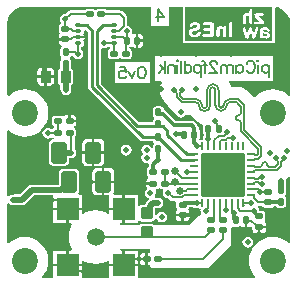
<source format=gbr>
%TF.GenerationSoftware,Altium Limited,Altium Designer,20.1.12 (249)*%
G04 Layer_Physical_Order=4*
G04 Layer_Color=16711680*
%FSLAX45Y45*%
%MOMM*%
%TF.SameCoordinates,27206DED-D720-4121-B7EB-46A740E941A3*%
%TF.FilePolarity,Positive*%
%TF.FileFunction,Copper,L4,Bot,Signal*%
%TF.Part,Single*%
G01*
G75*
%TA.AperFunction,Conductor*%
%ADD11C,0.30000*%
%TA.AperFunction,SMDPad,CuDef*%
G04:AMPARAMS|DCode=12|XSize=1mm|YSize=1mm|CornerRadius=0.1mm|HoleSize=0mm|Usage=FLASHONLY|Rotation=0.000|XOffset=0mm|YOffset=0mm|HoleType=Round|Shape=RoundedRectangle|*
%AMROUNDEDRECTD12*
21,1,1.00000,0.80000,0,0,0.0*
21,1,0.80000,1.00000,0,0,0.0*
1,1,0.20000,0.40000,-0.40000*
1,1,0.20000,-0.40000,-0.40000*
1,1,0.20000,-0.40000,0.40000*
1,1,0.20000,0.40000,0.40000*
%
%ADD12ROUNDEDRECTD12*%
G04:AMPARAMS|DCode=16|XSize=0.9mm|YSize=1mm|CornerRadius=0.09mm|HoleSize=0mm|Usage=FLASHONLY|Rotation=0.000|XOffset=0mm|YOffset=0mm|HoleType=Round|Shape=RoundedRectangle|*
%AMROUNDEDRECTD16*
21,1,0.90000,0.82000,0,0,0.0*
21,1,0.72000,1.00000,0,0,0.0*
1,1,0.18000,0.36000,-0.41000*
1,1,0.18000,-0.36000,-0.41000*
1,1,0.18000,-0.36000,0.41000*
1,1,0.18000,0.36000,0.41000*
%
%ADD16ROUNDEDRECTD16*%
G04:AMPARAMS|DCode=17|XSize=1.8mm|YSize=1.3mm|CornerRadius=0.13mm|HoleSize=0mm|Usage=FLASHONLY|Rotation=270.000|XOffset=0mm|YOffset=0mm|HoleType=Round|Shape=RoundedRectangle|*
%AMROUNDEDRECTD17*
21,1,1.80000,1.04000,0,0,270.0*
21,1,1.54000,1.30000,0,0,270.0*
1,1,0.26000,-0.52000,-0.77000*
1,1,0.26000,-0.52000,0.77000*
1,1,0.26000,0.52000,0.77000*
1,1,0.26000,0.52000,-0.77000*
%
%ADD17ROUNDEDRECTD17*%
%ADD23C,0.63500*%
G04:AMPARAMS|DCode=27|XSize=0.5mm|YSize=0.65mm|CornerRadius=0.05mm|HoleSize=0mm|Usage=FLASHONLY|Rotation=180.000|XOffset=0mm|YOffset=0mm|HoleType=Round|Shape=RoundedRectangle|*
%AMROUNDEDRECTD27*
21,1,0.50000,0.55000,0,0,180.0*
21,1,0.40000,0.65000,0,0,180.0*
1,1,0.10000,-0.20000,0.27500*
1,1,0.10000,0.20000,0.27500*
1,1,0.10000,0.20000,-0.27500*
1,1,0.10000,-0.20000,-0.27500*
%
%ADD27ROUNDEDRECTD27*%
G04:AMPARAMS|DCode=29|XSize=0.6mm|YSize=0.5mm|CornerRadius=0.05mm|HoleSize=0mm|Usage=FLASHONLY|Rotation=270.000|XOffset=0mm|YOffset=0mm|HoleType=Round|Shape=RoundedRectangle|*
%AMROUNDEDRECTD29*
21,1,0.60000,0.40000,0,0,270.0*
21,1,0.50000,0.50000,0,0,270.0*
1,1,0.10000,-0.20000,-0.25000*
1,1,0.10000,-0.20000,0.25000*
1,1,0.10000,0.20000,0.25000*
1,1,0.10000,0.20000,-0.25000*
%
%ADD29ROUNDEDRECTD29*%
G04:AMPARAMS|DCode=30|XSize=0.6mm|YSize=0.5mm|CornerRadius=0.05mm|HoleSize=0mm|Usage=FLASHONLY|Rotation=180.000|XOffset=0mm|YOffset=0mm|HoleType=Round|Shape=RoundedRectangle|*
%AMROUNDEDRECTD30*
21,1,0.60000,0.40000,0,0,180.0*
21,1,0.50000,0.50000,0,0,180.0*
1,1,0.10000,-0.25000,0.20000*
1,1,0.10000,0.25000,0.20000*
1,1,0.10000,0.25000,-0.20000*
1,1,0.10000,-0.25000,-0.20000*
%
%ADD30ROUNDEDRECTD30*%
G04:AMPARAMS|DCode=32|XSize=0.5mm|YSize=0.65mm|CornerRadius=0.05mm|HoleSize=0mm|Usage=FLASHONLY|Rotation=90.000|XOffset=0mm|YOffset=0mm|HoleType=Round|Shape=RoundedRectangle|*
%AMROUNDEDRECTD32*
21,1,0.50000,0.55000,0,0,90.0*
21,1,0.40000,0.65000,0,0,90.0*
1,1,0.10000,0.27500,0.20000*
1,1,0.10000,0.27500,-0.20000*
1,1,0.10000,-0.27500,-0.20000*
1,1,0.10000,-0.27500,0.20000*
%
%ADD32ROUNDEDRECTD32*%
%TA.AperFunction,Conductor*%
%ADD35C,0.20000*%
%ADD36C,0.50000*%
%TA.AperFunction,NonConductor*%
%ADD38C,0.20000*%
%TA.AperFunction,WasherPad*%
%ADD39C,2.20000*%
%TA.AperFunction,ViaPad*%
%ADD40C,0.50000*%
%TA.AperFunction,Conductor*%
%ADD41C,0.13661*%
%TA.AperFunction,SMDPad,CuDef*%
G04:AMPARAMS|DCode=42|XSize=0.6mm|YSize=0.25mm|CornerRadius=0.025mm|HoleSize=0mm|Usage=FLASHONLY|Rotation=180.000|XOffset=0mm|YOffset=0mm|HoleType=Round|Shape=RoundedRectangle|*
%AMROUNDEDRECTD42*
21,1,0.60000,0.20000,0,0,180.0*
21,1,0.55000,0.25000,0,0,180.0*
1,1,0.05000,-0.27500,0.10000*
1,1,0.05000,0.27500,0.10000*
1,1,0.05000,0.27500,-0.10000*
1,1,0.05000,-0.27500,-0.10000*
%
%ADD42ROUNDEDRECTD42*%
G04:AMPARAMS|DCode=43|XSize=0.6mm|YSize=0.25mm|CornerRadius=0.025mm|HoleSize=0mm|Usage=FLASHONLY|Rotation=90.000|XOffset=0mm|YOffset=0mm|HoleType=Round|Shape=RoundedRectangle|*
%AMROUNDEDRECTD43*
21,1,0.60000,0.20000,0,0,90.0*
21,1,0.55000,0.25000,0,0,90.0*
1,1,0.05000,0.10000,0.27500*
1,1,0.05000,0.10000,-0.27500*
1,1,0.05000,-0.10000,-0.27500*
1,1,0.05000,-0.10000,0.27500*
%
%ADD43ROUNDEDRECTD43*%
G04:AMPARAMS|DCode=44|XSize=3.7mm|YSize=3.7mm|CornerRadius=0.0925mm|HoleSize=0mm|Usage=FLASHONLY|Rotation=180.000|XOffset=0mm|YOffset=0mm|HoleType=Round|Shape=RoundedRectangle|*
%AMROUNDEDRECTD44*
21,1,3.70000,3.51500,0,0,180.0*
21,1,3.51500,3.70000,0,0,180.0*
1,1,0.18500,-1.75750,1.75750*
1,1,0.18500,1.75750,1.75750*
1,1,0.18500,1.75750,-1.75750*
1,1,0.18500,-1.75750,-1.75750*
%
%ADD44ROUNDEDRECTD44*%
%ADD45O,0.65000X0.30000*%
%ADD46R,1.90500X1.90500*%
%ADD47C,1.52000*%
%TA.AperFunction,Conductor*%
%ADD48C,0.20500*%
%ADD49C,0.25000*%
%TA.AperFunction,NonConductor*%
%ADD50C,0.15000*%
G36*
X1540000Y2040000D02*
X2317989D01*
Y2338353D01*
X2327806Y2346410D01*
X2343467Y2343295D01*
X2370588Y2332061D01*
X2394996Y2315753D01*
X2415752Y2294997D01*
X2432061Y2270588D01*
X2443295Y2243467D01*
X2449022Y2214678D01*
Y2200000D01*
Y1602859D01*
X2436322Y1596852D01*
X2411652Y1617098D01*
X2376907Y1635670D01*
X2339207Y1647106D01*
X2300000Y1650967D01*
X2260793Y1647106D01*
X2223093Y1635670D01*
X2188348Y1617098D01*
X2157894Y1592106D01*
X2150993Y1583696D01*
X2138294Y1583904D01*
X2133092Y1590684D01*
X2133091Y1590685D01*
X2082583Y1641193D01*
X2073962Y1647807D01*
X2065761Y1654920D01*
X2062843Y1656340D01*
X2060267Y1658316D01*
X2050232Y1662473D01*
X2040465Y1667223D01*
X2037278Y1667839D01*
X2034279Y1669081D01*
X2023508Y1670499D01*
X2012847Y1672559D01*
X2009611Y1672329D01*
X2006391Y1672753D01*
X2006387Y1672752D01*
X1945235D01*
X1945123Y1673602D01*
X1934359Y1699590D01*
X1926525Y1709800D01*
X1932788Y1722500D01*
X2300000D01*
Y1930565D01*
X1303057D01*
Y1722500D01*
X1356970D01*
X1362587Y1711110D01*
X1358312Y1705539D01*
X1345717Y1675132D01*
X1341421Y1642500D01*
X1345717Y1609868D01*
X1358312Y1579461D01*
X1378349Y1553349D01*
X1386870Y1546810D01*
X1393503Y1530796D01*
X1410627Y1508479D01*
X1456659Y1462448D01*
X1456660Y1462447D01*
X1475515Y1447979D01*
X1477611Y1437442D01*
X1487557Y1422557D01*
X1502442Y1412611D01*
X1520000Y1409118D01*
X1537558Y1412611D01*
X1552443Y1422557D01*
X1558009Y1430887D01*
X1605223D01*
X1620763Y1418963D01*
X1626951Y1416400D01*
X1629514Y1410212D01*
X1646638Y1387896D01*
X1668954Y1370772D01*
X1694942Y1360008D01*
X1699609Y1359393D01*
X1707613Y1345530D01*
X1707010Y1342500D01*
Y1287500D01*
X1708951Y1277745D01*
X1714476Y1269476D01*
X1716814Y1267914D01*
Y1260089D01*
X1710111Y1250057D01*
X1706619Y1232499D01*
X1707562Y1227758D01*
X1699505Y1217940D01*
X1692500D01*
X1687428Y1216931D01*
X1679181Y1226872D01*
X1679031Y1227224D01*
X1681049Y1230245D01*
X1682990Y1240000D01*
Y1295000D01*
X1681049Y1304754D01*
X1675524Y1313024D01*
X1671583Y1315657D01*
Y1324107D01*
X1668866Y1337763D01*
X1661131Y1349341D01*
X1637738Y1372734D01*
X1626160Y1380469D01*
X1612504Y1383186D01*
X1482282D01*
X1399339Y1466129D01*
X1387762Y1473864D01*
X1377990Y1475808D01*
Y1480000D01*
X1376050Y1489754D01*
X1370524Y1498024D01*
X1362255Y1503549D01*
X1352500Y1505490D01*
X1312500D01*
X1302746Y1503549D01*
X1294476Y1498024D01*
X1288951Y1489754D01*
X1287011Y1480000D01*
Y1430000D01*
X1288951Y1420246D01*
X1294476Y1411976D01*
Y1398024D01*
X1288951Y1389754D01*
X1287011Y1380000D01*
Y1375637D01*
X1167794D01*
X845637Y1697793D01*
Y1990546D01*
X858337Y1998938D01*
X870000Y1996618D01*
X887558Y2000111D01*
X902443Y2010056D01*
X903683Y2011912D01*
X920280D01*
X923844Y2009530D01*
X924412Y2009417D01*
Y1996878D01*
X920246Y1996049D01*
X911976Y1990524D01*
X906451Y1982254D01*
X904511Y1972500D01*
Y1932500D01*
X906451Y1922745D01*
X911976Y1914476D01*
X920246Y1908950D01*
X930000Y1907010D01*
X980000D01*
X989754Y1908950D01*
X998024Y1914476D01*
X1011977D01*
X1020246Y1908950D01*
X1030000Y1907010D01*
X1080000D01*
X1089754Y1908950D01*
X1098024Y1914476D01*
X1103549Y1922745D01*
X1105490Y1932500D01*
Y1972500D01*
X1103549Y1982254D01*
X1098024Y1990524D01*
X1089754Y1996049D01*
X1085588Y1996878D01*
Y2010124D01*
X1092254Y2011450D01*
X1100524Y2016976D01*
X1112390Y2011875D01*
X1120638Y2006364D01*
X1132500Y2004004D01*
X1142500D01*
Y2062499D01*
Y2120996D01*
X1132500D01*
X1120638Y2118636D01*
X1115186Y2114993D01*
X1107491Y2120560D01*
X1105106Y2123532D01*
X1108382Y2140000D01*
X1104889Y2157558D01*
X1094943Y2172443D01*
X1080058Y2182389D01*
X1068088Y2184770D01*
Y2257499D01*
X1068088Y2257500D01*
X1065759Y2269205D01*
X1059129Y2279129D01*
X1059128Y2279129D01*
X1029129Y2309129D01*
X1019205Y2315759D01*
X1007500Y2318088D01*
X1007499Y2318088D01*
X897993D01*
X893024Y2325524D01*
X884754Y2331049D01*
X875000Y2332989D01*
X825000D01*
X815246Y2331049D01*
X806976Y2325524D01*
X793024D01*
X784754Y2331049D01*
X775000Y2332989D01*
X725000D01*
X715246Y2331049D01*
X706976Y2325524D01*
X702007Y2318088D01*
X590000D01*
X578294Y2315759D01*
X568371Y2309129D01*
X547188Y2287946D01*
X545000Y2288382D01*
X527442Y2284889D01*
X512557Y2274943D01*
X502611Y2260058D01*
X499118Y2242500D01*
X502611Y2224942D01*
X506719Y2218794D01*
X507716Y2206413D01*
X503167Y2202990D01*
X499476Y2200523D01*
X493950Y2192254D01*
X492010Y2182500D01*
Y2142500D01*
X493950Y2132745D01*
X499476Y2124476D01*
X494375Y2112610D01*
X488864Y2104361D01*
X486504Y2092500D01*
Y2082500D01*
X545000D01*
Y2062500D01*
X486504D01*
Y2052500D01*
X488864Y2040638D01*
X495583Y2030583D01*
X505638Y2023864D01*
X509248Y2023146D01*
X511930Y2009663D01*
X509476Y2008024D01*
X503950Y1999754D01*
X502010Y1990000D01*
Y1940000D01*
X503950Y1930246D01*
X509476Y1921976D01*
Y1908023D01*
X503950Y1899754D01*
X502010Y1890000D01*
Y1866970D01*
X501618Y1865000D01*
Y1826103D01*
X500185Y1825817D01*
X490592Y1819408D01*
X484182Y1809815D01*
X481932Y1798500D01*
Y1716500D01*
X484182Y1705185D01*
X490592Y1695592D01*
X500185Y1689183D01*
X501618Y1688897D01*
Y1650000D01*
X505111Y1632442D01*
X515057Y1617557D01*
X516555Y1616555D01*
X517557Y1615057D01*
X532442Y1605111D01*
X550000Y1601618D01*
X567558Y1605111D01*
X582443Y1615057D01*
X592389Y1629942D01*
X595881Y1647500D01*
X593381Y1660069D01*
Y1688897D01*
X594815Y1689183D01*
X604407Y1695592D01*
X610817Y1705185D01*
X613068Y1716500D01*
Y1798500D01*
X610817Y1809815D01*
X604407Y1819408D01*
X594815Y1825817D01*
X593381Y1826103D01*
Y1865000D01*
X592989Y1866970D01*
Y1890000D01*
X591049Y1899754D01*
X585524Y1908024D01*
Y1921976D01*
X591049Y1930246D01*
X591878Y1934412D01*
X607219D01*
X607611Y1932442D01*
X617557Y1917557D01*
X632442Y1907611D01*
X650000Y1904118D01*
X667558Y1907611D01*
X682443Y1917557D01*
X692389Y1932442D01*
X695882Y1950000D01*
X692389Y1967558D01*
X682443Y1982443D01*
X680588Y1983683D01*
Y2009417D01*
X681157Y2009530D01*
X692734Y2017266D01*
X700470Y2028843D01*
X703186Y2042500D01*
X700470Y2056156D01*
X695950Y2062920D01*
X696627Y2063373D01*
X705556Y2076736D01*
X706702Y2082499D01*
X650001D01*
Y2102499D01*
X706703D01*
X705556Y2108263D01*
X696627Y2121626D01*
X695950Y2122079D01*
X700470Y2128843D01*
X703186Y2142499D01*
X714146Y2150140D01*
X719845Y2150795D01*
X736863Y2133777D01*
Y1672502D01*
X739386Y1659821D01*
X746569Y1649071D01*
X1176571Y1219069D01*
X1187322Y1211886D01*
X1200002Y1209363D01*
X1288629D01*
X1288950Y1207746D01*
X1294476Y1199476D01*
Y1185523D01*
X1288950Y1177254D01*
X1287010Y1167500D01*
Y1160840D01*
X1275235Y1153303D01*
X1274310Y1153424D01*
X1264943Y1167443D01*
X1250058Y1177389D01*
X1232500Y1180881D01*
X1214942Y1177389D01*
X1200057Y1167443D01*
X1190111Y1152558D01*
X1186618Y1135000D01*
X1190111Y1117442D01*
X1199259Y1103750D01*
X1190111Y1090058D01*
X1186618Y1072500D01*
X1190111Y1054942D01*
X1200057Y1040057D01*
X1214942Y1030111D01*
X1232500Y1026618D01*
X1239449Y1028001D01*
X1250249Y1017200D01*
X1249314Y1012500D01*
Y995427D01*
X1241976Y990524D01*
X1236451Y982254D01*
X1234510Y972500D01*
Y932500D01*
X1236451Y922746D01*
X1241976Y914476D01*
X1244480Y912803D01*
X1244898Y911471D01*
X1243838Y898262D01*
X1238083Y894417D01*
X1231364Y884361D01*
X1229005Y872500D01*
Y862500D01*
X1285000D01*
Y842500D01*
X1229005D01*
Y832500D01*
X1231364Y820638D01*
X1234306Y816236D01*
X1232557Y807443D01*
X1222611Y792558D01*
X1219119Y775000D01*
X1222611Y757442D01*
X1232557Y742557D01*
X1247442Y732611D01*
X1249757Y732151D01*
X1252536Y724758D01*
X1252967Y718563D01*
X1225057Y690653D01*
X1215111Y675769D01*
X1214081Y670588D01*
X1192500D01*
X1180795Y668259D01*
X1170871Y661629D01*
X1170850Y661597D01*
X1158150Y665450D01*
Y758150D01*
X1047500D01*
Y637499D01*
Y516850D01*
X1158150D01*
Y534551D01*
X1170850Y538403D01*
X1170871Y538371D01*
X1180795Y531741D01*
X1192500Y529412D01*
X1272500D01*
X1284205Y531741D01*
X1294129Y538371D01*
X1300759Y548295D01*
X1302273Y555908D01*
X1315222D01*
X1316111Y551442D01*
X1326057Y536557D01*
X1340942Y526611D01*
X1358500Y523118D01*
X1376058Y526611D01*
X1390943Y536557D01*
X1400889Y551442D01*
X1404381Y569000D01*
X1400889Y586558D01*
X1390943Y601443D01*
X1376058Y611389D01*
X1358500Y614881D01*
X1340942Y611389D01*
X1326057Y601443D01*
X1316111Y586558D01*
X1315788Y584933D01*
X1303088Y586183D01*
Y623521D01*
X1303382Y625000D01*
Y639205D01*
X1305795Y641618D01*
X1327500D01*
X1345058Y645111D01*
X1359943Y655057D01*
X1369889Y669942D01*
X1373382Y687500D01*
X1369889Y705058D01*
X1359943Y719943D01*
X1345058Y729889D01*
X1327500Y733382D01*
X1305424D01*
X1304334Y734635D01*
X1299799Y746082D01*
X1307389Y757442D01*
X1310882Y775000D01*
X1308136Y788804D01*
X1308962Y794427D01*
X1315902Y802678D01*
X1321862Y803864D01*
X1330110Y809375D01*
X1341977Y814476D01*
X1350246Y808950D01*
X1360000Y807010D01*
X1368797D01*
X1374784Y795809D01*
X1372611Y792558D01*
X1369119Y775000D01*
X1372611Y757442D01*
X1382557Y742557D01*
X1397442Y732611D01*
X1415000Y729118D01*
X1417189Y729554D01*
X1432621Y714122D01*
X1432622Y714121D01*
X1442545Y707490D01*
X1454251Y705162D01*
X1454252Y705162D01*
X1473583D01*
X1484511Y695000D01*
Y655000D01*
X1486451Y645246D01*
X1491976Y636976D01*
X1486876Y625110D01*
X1481364Y616862D01*
X1479005Y605000D01*
Y594999D01*
X1537501D01*
X1595996D01*
Y605000D01*
X1593637Y616862D01*
X1588125Y625110D01*
X1583024Y636976D01*
X1588550Y645246D01*
X1589856Y651814D01*
X1627410D01*
X1637442Y645111D01*
X1655000Y641618D01*
X1672558Y645111D01*
X1674515Y646418D01*
X1676279Y643778D01*
X1683721Y638805D01*
X1690106Y637535D01*
X1686618Y620000D01*
X1690111Y602442D01*
X1693018Y598092D01*
X1691874Y593091D01*
X1686685Y584710D01*
X1682307Y583839D01*
X1675692Y579419D01*
X1675691Y579418D01*
X1594164Y497892D01*
X1296626D01*
X1294129Y501629D01*
X1284205Y508259D01*
X1272500Y510588D01*
X1192500D01*
X1180795Y508259D01*
X1170871Y501629D01*
X1168374Y497892D01*
X1007312D01*
X1003509Y504775D01*
X1010674Y516850D01*
X1027500D01*
Y627499D01*
X916850D01*
Y605019D01*
X905957Y598490D01*
X886520Y608879D01*
X844108Y621745D01*
X800000Y626089D01*
X755892Y621745D01*
X713480Y608879D01*
X694043Y598490D01*
X683150Y605019D01*
Y627500D01*
X572500D01*
Y516850D01*
X594981D01*
X601510Y505957D01*
X591121Y486520D01*
X578255Y444108D01*
X573911Y400000D01*
X578255Y355892D01*
X591121Y313480D01*
X601510Y294043D01*
X594981Y283150D01*
X572500D01*
Y172500D01*
X683150D01*
Y194981D01*
X694043Y201510D01*
X713480Y191121D01*
X755892Y178255D01*
X800000Y173911D01*
X844108Y178255D01*
X886520Y191121D01*
X905957Y201510D01*
X916850Y194981D01*
Y172500D01*
X1027500D01*
Y283150D01*
X1018149D01*
X1010747Y295850D01*
X1011459Y297108D01*
X1262108Y297108D01*
Y267278D01*
X1257500Y263496D01*
X1242499D01*
Y212501D01*
Y161505D01*
X1257500D01*
X1263644Y149778D01*
X1263660Y149697D01*
X1268081Y143081D01*
X1274696Y138661D01*
X1282500Y137108D01*
X1744999D01*
X1745000Y137108D01*
X1752804Y138661D01*
X1759420Y143081D01*
X1759420Y143082D01*
X1942409Y326071D01*
X1946830Y332686D01*
X1948382Y340490D01*
Y479425D01*
X1961082Y487790D01*
X1965000Y487010D01*
X2005000D01*
X2014755Y488951D01*
X2023024Y494476D01*
X2034890Y489375D01*
X2043139Y483864D01*
X2055000Y481504D01*
X2065001D01*
Y540000D01*
X2085001D01*
Y481504D01*
X2095000D01*
X2106862Y483864D01*
X2113804Y488502D01*
X2124353Y484606D01*
X2126504Y482877D01*
Y465000D01*
X2128864Y453139D01*
X2135583Y443083D01*
X2145638Y436364D01*
X2157500Y434004D01*
X2175000D01*
Y485000D01*
X2185000D01*
Y495000D01*
X2243496D01*
Y505000D01*
X2241136Y516862D01*
X2235625Y525110D01*
X2230524Y536976D01*
X2236049Y545246D01*
X2237990Y555000D01*
Y595000D01*
X2236049Y604754D01*
X2230524Y613024D01*
X2222254Y618549D01*
X2212500Y620489D01*
X2188196D01*
X2187733Y621181D01*
X2182871Y626043D01*
X2180051Y640221D01*
X2172162Y652028D01*
X2173248Y656768D01*
X2176130Y662209D01*
X2177998Y664412D01*
X2212008D01*
X2216977Y656976D01*
X2225246Y651451D01*
X2235000Y649511D01*
X2290001D01*
X2299755Y651451D01*
X2308024Y656976D01*
X2309587Y659314D01*
X2327914D01*
X2329477Y656976D01*
X2337746Y651451D01*
X2347501Y649511D01*
X2387500D01*
X2397255Y651451D01*
X2405524Y656976D01*
X2411050Y665246D01*
X2412990Y675000D01*
Y725000D01*
X2411050Y734754D01*
X2405524Y743024D01*
Y756977D01*
X2411050Y765246D01*
X2412990Y775000D01*
Y798030D01*
X2413382Y800000D01*
Y877500D01*
X2410941Y889771D01*
X2437288Y916118D01*
X2449022Y911258D01*
Y352859D01*
X2436322Y346852D01*
X2411652Y367099D01*
X2376907Y385670D01*
X2339207Y397106D01*
X2300000Y400968D01*
X2260793Y397106D01*
X2223093Y385670D01*
X2188348Y367099D01*
X2157894Y342106D01*
X2132901Y311652D01*
X2114330Y276907D01*
X2102894Y239207D01*
X2099032Y200000D01*
X2102894Y160793D01*
X2114330Y123093D01*
X2132901Y88349D01*
X2153148Y63678D01*
X2147141Y50978D01*
X1158150D01*
Y152500D01*
X916850D01*
Y50978D01*
X683150D01*
Y152500D01*
X441850D01*
Y50978D01*
X352859D01*
X346852Y63678D01*
X367099Y88349D01*
X385670Y123093D01*
X397106Y160793D01*
X400968Y200000D01*
X397106Y239207D01*
X385670Y276907D01*
X367099Y311652D01*
X342106Y342106D01*
X311652Y367099D01*
X276907Y385670D01*
X239207Y397106D01*
X200000Y400968D01*
X160793Y397106D01*
X123093Y385670D01*
X88349Y367099D01*
X63678Y346852D01*
X50978Y352859D01*
Y680767D01*
X63678Y684620D01*
X65057Y682557D01*
X79942Y672611D01*
X97500Y669119D01*
X177500D01*
X195058Y672611D01*
X209943Y682557D01*
X279005Y751619D01*
X441850D01*
Y647500D01*
X683150D01*
Y758150D01*
X659185D01*
X659036Y758302D01*
X653559Y770850D01*
X658085Y777624D01*
X660646Y790500D01*
Y944500D01*
X658085Y957376D01*
X650792Y968292D01*
X639876Y975585D01*
X627000Y978146D01*
X523000D01*
X510124Y975585D01*
X499209Y968292D01*
X491915Y957376D01*
X489354Y944500D01*
Y843382D01*
X260000D01*
X242442Y839889D01*
X227557Y829943D01*
X158495Y760882D01*
X97500D01*
X79942Y757389D01*
X65057Y747443D01*
X63678Y745380D01*
X50978Y749233D01*
Y1297141D01*
X63678Y1303148D01*
X88349Y1282901D01*
X123093Y1264330D01*
X160793Y1252894D01*
X200000Y1249032D01*
X239207Y1252894D01*
X276907Y1264330D01*
X311652Y1282901D01*
X342106Y1307894D01*
X367099Y1338348D01*
X385670Y1373093D01*
X397106Y1410793D01*
X400968Y1450000D01*
X397106Y1489207D01*
X385670Y1526907D01*
X367099Y1561651D01*
X342106Y1592106D01*
X311652Y1617098D01*
X276907Y1635670D01*
X239207Y1647106D01*
X200000Y1650967D01*
X160793Y1647106D01*
X123093Y1635670D01*
X88349Y1617098D01*
X63678Y1596852D01*
X50978Y1602859D01*
Y2200000D01*
Y2214677D01*
X56705Y2243468D01*
X67939Y2270588D01*
X84247Y2294996D01*
X105003Y2315752D01*
X129412Y2332061D01*
X156533Y2343295D01*
X185322Y2349022D01*
X1268587D01*
Y2187500D01*
X1420000D01*
Y2349022D01*
X1540000D01*
Y2040000D01*
D02*
G37*
G36*
X2025000Y2060000D02*
X1560000D01*
Y2348716D01*
X2025000D01*
Y2060000D01*
D02*
G37*
G36*
X2297989Y2200156D02*
Y2060000D01*
X2025000D01*
Y2200156D01*
Y2348716D01*
X2297989D01*
Y2200156D01*
D02*
G37*
%LPC*%
G36*
X1172500Y2120996D02*
X1162500D01*
Y2072499D01*
X1203495D01*
Y2090000D01*
X1201136Y2101861D01*
X1194417Y2111917D01*
X1184361Y2118636D01*
X1172500Y2120996D01*
D02*
G37*
G36*
X1203495Y2052499D02*
X1162500D01*
Y2004004D01*
X1172500D01*
X1184361Y2006364D01*
X1194417Y2013083D01*
X1201136Y2023138D01*
X1203495Y2035000D01*
Y2052499D01*
D02*
G37*
G36*
X413500Y1833574D02*
X387500D01*
Y1767500D01*
X448573D01*
Y1798500D01*
X445904Y1811922D01*
X438301Y1823301D01*
X426922Y1830904D01*
X413500Y1833574D01*
D02*
G37*
G36*
X367500D02*
X341500D01*
X328078Y1830904D01*
X316699Y1823301D01*
X309096Y1811922D01*
X306426Y1798500D01*
Y1767500D01*
X367500D01*
Y1833574D01*
D02*
G37*
G36*
X1260000Y1877478D02*
X961002D01*
Y1707500D01*
X1260000D01*
Y1877478D01*
D02*
G37*
G36*
X448573Y1747500D02*
X387500D01*
Y1681426D01*
X413500D01*
X426922Y1684096D01*
X438301Y1691699D01*
X445904Y1703078D01*
X448573Y1716500D01*
Y1747500D01*
D02*
G37*
G36*
X367500D02*
X306426D01*
Y1716500D01*
X309096Y1703078D01*
X316699Y1691699D01*
X328078Y1684096D01*
X341500Y1681426D01*
X367500D01*
Y1747500D01*
D02*
G37*
G36*
X570000Y1433496D02*
X555000D01*
X543138Y1431136D01*
X534890Y1425625D01*
X523023Y1420524D01*
X514754Y1426049D01*
X505000Y1427990D01*
X455000D01*
X445245Y1426049D01*
X436976Y1420524D01*
X431450Y1412254D01*
X429510Y1402500D01*
Y1362500D01*
X431450Y1352746D01*
X436976Y1344476D01*
X445191Y1338987D01*
X445245Y1338707D01*
X445245Y1326294D01*
X445191Y1326013D01*
X436976Y1320524D01*
X432008Y1313088D01*
X422737D01*
X412558Y1319889D01*
X395000Y1323382D01*
X377442Y1319889D01*
X362557Y1309943D01*
X352611Y1295058D01*
X349118Y1277500D01*
X352611Y1259942D01*
X362557Y1245057D01*
X377442Y1235111D01*
X395000Y1231619D01*
X412558Y1235111D01*
X427443Y1245057D01*
X440677Y1242003D01*
X445246Y1238951D01*
X448285Y1238346D01*
X447034Y1225646D01*
X438001D01*
X425125Y1223085D01*
X414209Y1215791D01*
X406915Y1204876D01*
X404354Y1192000D01*
Y1038000D01*
X406915Y1025124D01*
X414209Y1014208D01*
X425125Y1006915D01*
X438001Y1004354D01*
X542000D01*
X554876Y1006915D01*
X565792Y1014208D01*
X573086Y1025124D01*
X575647Y1038000D01*
Y1069118D01*
X592500D01*
X610058Y1072611D01*
X624943Y1082557D01*
X634889Y1097442D01*
X638382Y1115000D01*
X634889Y1132558D01*
X624943Y1147443D01*
X623088Y1148683D01*
Y1244572D01*
X628549Y1252746D01*
X630490Y1262500D01*
Y1302500D01*
X628549Y1312254D01*
X623024Y1320524D01*
X620520Y1322197D01*
X620102Y1323529D01*
X621162Y1336738D01*
X626917Y1340583D01*
X633636Y1350639D01*
X635995Y1362500D01*
Y1372500D01*
X580000D01*
Y1382500D01*
X570000D01*
Y1433496D01*
D02*
G37*
G36*
X605000D02*
X590000D01*
Y1392500D01*
X635995D01*
Y1402500D01*
X633636Y1414362D01*
X626917Y1424417D01*
X616861Y1431136D01*
X605000Y1433496D01*
D02*
G37*
G36*
X832000Y1231152D02*
X790000D01*
Y1124999D01*
X871153D01*
Y1192000D01*
X868173Y1206983D01*
X859685Y1219685D01*
X846983Y1228172D01*
X832000Y1231152D01*
D02*
G37*
G36*
X770000D02*
X728001D01*
X713018Y1228172D01*
X700316Y1219685D01*
X691828Y1206983D01*
X688848Y1192000D01*
Y1124999D01*
X770000D01*
Y1231152D01*
D02*
G37*
G36*
X1060000Y1180882D02*
X1042442Y1177389D01*
X1027557Y1167443D01*
X1017611Y1152558D01*
X1014118Y1135000D01*
X1017611Y1117442D01*
X1027557Y1102557D01*
X1042442Y1092611D01*
X1060000Y1089118D01*
X1077558Y1092611D01*
X1092443Y1102557D01*
X1102389Y1117442D01*
X1105881Y1135000D01*
X1102389Y1152558D01*
X1092443Y1167443D01*
X1077558Y1177389D01*
X1060000Y1180882D01*
D02*
G37*
G36*
X871153Y1104999D02*
X790000D01*
Y998848D01*
X832000D01*
X846983Y1001828D01*
X859685Y1010315D01*
X868173Y1023017D01*
X871153Y1038000D01*
Y1104999D01*
D02*
G37*
G36*
X770000D02*
X688848D01*
Y1038000D01*
X691828Y1023017D01*
X700316Y1010315D01*
X713018Y1001828D01*
X728001Y998848D01*
X770000D01*
Y1104999D01*
D02*
G37*
G36*
X917000Y983652D02*
X875000D01*
Y877499D01*
X956152D01*
Y944500D01*
X953172Y959483D01*
X944685Y972185D01*
X931983Y980672D01*
X917000Y983652D01*
D02*
G37*
G36*
X855000D02*
X813000D01*
X798017Y980672D01*
X785315Y972185D01*
X776828Y959483D01*
X773848Y944500D01*
Y877499D01*
X855000D01*
Y983652D01*
D02*
G37*
G36*
Y857499D02*
X773848D01*
Y790500D01*
X776828Y775517D01*
X785315Y762815D01*
X798017Y754328D01*
X813000Y751348D01*
X855000D01*
Y857499D01*
D02*
G37*
G36*
X956152D02*
X875000D01*
Y751348D01*
X916850D01*
Y647499D01*
X1027500D01*
Y758150D01*
X956842D01*
X950053Y770850D01*
X953172Y775517D01*
X956152Y790500D01*
Y857499D01*
D02*
G37*
G36*
X1595996Y574999D02*
X1547501D01*
Y534005D01*
X1565000D01*
X1576862Y536364D01*
X1586918Y543083D01*
X1593637Y553139D01*
X1595996Y565000D01*
Y574999D01*
D02*
G37*
G36*
X1527501D02*
X1479005D01*
Y565000D01*
X1481364Y553139D01*
X1488083Y543083D01*
X1498139Y536364D01*
X1510000Y534005D01*
X1527501D01*
Y574999D01*
D02*
G37*
G36*
X552500Y627500D02*
X441850D01*
Y516850D01*
X552500D01*
Y627500D01*
D02*
G37*
G36*
X2243496Y475000D02*
X2195000D01*
Y434004D01*
X2212500D01*
X2224362Y436364D01*
X2234417Y443083D01*
X2241136Y453139D01*
X2243496Y465000D01*
Y475000D01*
D02*
G37*
G36*
X2088500Y399881D02*
X2070942Y396389D01*
X2056057Y386443D01*
X2046111Y371558D01*
X2042619Y354000D01*
X2046111Y336442D01*
X2056057Y321557D01*
X2070942Y311611D01*
X2088500Y308118D01*
X2106058Y311611D01*
X2120943Y321557D01*
X2130889Y336442D01*
X2134382Y354000D01*
X2130889Y371558D01*
X2120943Y386443D01*
X2106058Y396389D01*
X2088500Y399881D01*
D02*
G37*
G36*
X1222499Y263496D02*
X1207500D01*
X1195638Y261136D01*
X1185583Y254417D01*
X1178864Y244362D01*
X1176504Y232500D01*
Y222501D01*
X1222499D01*
Y263496D01*
D02*
G37*
G36*
X1158150Y283150D02*
X1047500D01*
Y172500D01*
X1158150D01*
Y283150D01*
D02*
G37*
G36*
X552500D02*
X441850D01*
Y172500D01*
X552500D01*
Y283150D01*
D02*
G37*
G36*
X1222499Y202501D02*
X1176504D01*
Y192500D01*
X1178864Y180639D01*
X1185583Y170583D01*
X1195638Y163864D01*
X1207500Y161505D01*
X1222499D01*
Y202501D01*
D02*
G37*
G36*
X1895243Y2184998D02*
X1894689D01*
X1893995Y2184860D01*
X1893163D01*
X1891083Y2184305D01*
X1890112Y2183889D01*
X1889003Y2183334D01*
X1888864Y2183196D01*
X1888587Y2183057D01*
X1888032Y2182641D01*
X1887338Y2182086D01*
X1886645Y2181393D01*
X1885952Y2180561D01*
X1885258Y2179451D01*
X1884565Y2178342D01*
X1884426Y2178203D01*
X1884287Y2177787D01*
X1884010Y2177093D01*
X1883733Y2176261D01*
X1883455Y2175013D01*
X1883178Y2173765D01*
X1882900Y2172378D01*
Y2170714D01*
Y2169882D01*
X1882762Y2170021D01*
X1882623Y2170437D01*
X1882346Y2170991D01*
X1881514Y2172378D01*
X1880404Y2174042D01*
X1879017Y2175845D01*
X1877214Y2177648D01*
X1874995Y2179451D01*
X1872499Y2181115D01*
X1872360D01*
X1872222Y2181254D01*
X1871806Y2181531D01*
X1871112Y2181670D01*
X1870419Y2182086D01*
X1869587Y2182363D01*
X1867507Y2183057D01*
X1865010Y2183750D01*
X1862098Y2184444D01*
X1858908Y2184860D01*
X1855441Y2184998D01*
X1853777D01*
X1853083Y2184860D01*
X1852113Y2184721D01*
X1849755Y2184444D01*
X1847120Y2184028D01*
X1844346Y2183196D01*
X1841434Y2182225D01*
X1838522Y2180838D01*
X1838383D01*
X1838244Y2180699D01*
X1837828Y2180422D01*
X1837273Y2180006D01*
X1836025Y2179174D01*
X1834361Y2177787D01*
X1832558Y2176123D01*
X1830617Y2174181D01*
X1828952Y2171685D01*
X1827427Y2169050D01*
X1827288Y2168911D01*
X1827011Y2168356D01*
X1826595Y2167386D01*
X1826179Y2166276D01*
X1825624Y2164889D01*
X1825208Y2163225D01*
X1824653Y2161561D01*
X1824376Y2159619D01*
Y2159342D01*
X1824237Y2158787D01*
X1824098Y2157678D01*
X1823960Y2156152D01*
X1823821Y2154349D01*
X1823682Y2152269D01*
X1823544Y2149911D01*
Y2104007D01*
X1823682Y2102759D01*
X1823960Y2101095D01*
X1824376Y2099292D01*
X1825069Y2097350D01*
X1825901Y2095547D01*
X1827150Y2093883D01*
X1827288Y2093744D01*
X1827843Y2093328D01*
X1828536Y2092635D01*
X1829646Y2091941D01*
X1831033Y2091248D01*
X1832697Y2090555D01*
X1834500Y2090139D01*
X1836580Y2090000D01*
X1837551D01*
X1838660Y2090277D01*
X1839908Y2090555D01*
X1841434Y2090971D01*
X1842959Y2091664D01*
X1844624Y2092635D01*
X1846011Y2094022D01*
X1846149Y2094160D01*
X1846565Y2094715D01*
X1847120Y2095686D01*
X1847675Y2096934D01*
X1848368Y2098598D01*
X1848923Y2100401D01*
X1849339Y2102759D01*
X1849478Y2105255D01*
Y2142838D01*
Y2142977D01*
Y2143255D01*
Y2143809D01*
Y2144641D01*
X1849616Y2145473D01*
Y2146444D01*
X1849894Y2148802D01*
X1850171Y2151437D01*
X1850726Y2154072D01*
X1851419Y2156568D01*
X1852390Y2158787D01*
X1852529Y2159065D01*
X1852945Y2159619D01*
X1853638Y2160451D01*
X1854748Y2161561D01*
X1856273Y2162532D01*
X1858215Y2163364D01*
X1860572Y2163918D01*
X1863346Y2164196D01*
X1864317D01*
X1865288Y2164057D01*
X1866674Y2163780D01*
X1868200Y2163364D01*
X1869864Y2162809D01*
X1871528Y2161977D01*
X1873331Y2160867D01*
X1873470Y2160729D01*
X1874025Y2160313D01*
X1874857Y2159481D01*
X1875828Y2158510D01*
X1876937Y2157123D01*
X1878047Y2155459D01*
X1879156Y2153517D01*
X1880127Y2151160D01*
Y2151021D01*
X1880265Y2150327D01*
X1880404Y2149773D01*
X1880543Y2149218D01*
X1880682Y2148386D01*
Y2147415D01*
X1880820Y2146306D01*
X1880959Y2145057D01*
X1881098Y2143671D01*
X1881236Y2142006D01*
Y2140203D01*
X1881375Y2138262D01*
Y2136043D01*
Y2133547D01*
Y2105255D01*
Y2105116D01*
Y2104978D01*
Y2104562D01*
Y2104007D01*
X1881514Y2102759D01*
X1881791Y2101095D01*
X1882346Y2099292D01*
X1882900Y2097350D01*
X1883871Y2095547D01*
X1885119Y2093883D01*
X1885258Y2093744D01*
X1885813Y2093328D01*
X1886506Y2092635D01*
X1887616Y2091941D01*
X1889003Y2091248D01*
X1890667Y2090555D01*
X1892470Y2090139D01*
X1894550Y2090000D01*
X1895521D01*
X1896492Y2090277D01*
X1897878Y2090555D01*
X1899265Y2090971D01*
X1900929Y2091664D01*
X1902455Y2092635D01*
X1903842Y2094022D01*
X1903980Y2094160D01*
X1904396Y2094715D01*
X1904951Y2095686D01*
X1905506Y2096934D01*
X1906199Y2098598D01*
X1906754Y2100401D01*
X1907170Y2102759D01*
X1907309Y2105255D01*
Y2171546D01*
X1907170Y2172933D01*
X1906893Y2174458D01*
X1906477Y2176123D01*
X1905922Y2177926D01*
X1905229Y2179728D01*
X1904119Y2181254D01*
X1903980Y2181393D01*
X1903564Y2181809D01*
X1902871Y2182502D01*
X1901761Y2183196D01*
X1900513Y2183750D01*
X1898988Y2184444D01*
X1897185Y2184860D01*
X1895243Y2184998D01*
D02*
G37*
G36*
X1784157Y2216480D02*
X1718283D01*
X1717173Y2216341D01*
X1715648Y2216064D01*
X1713983Y2215648D01*
X1712319Y2215093D01*
X1710794Y2214399D01*
X1709407Y2213290D01*
X1709268Y2213151D01*
X1708852Y2212735D01*
X1708297Y2212042D01*
X1707743Y2211210D01*
X1707188Y2209962D01*
X1706633Y2208713D01*
X1706217Y2207188D01*
X1706078Y2205385D01*
Y2205108D01*
Y2204553D01*
X1706217Y2203582D01*
X1706494Y2202473D01*
X1706910Y2201224D01*
X1707465Y2199838D01*
X1708297Y2198589D01*
X1709407Y2197341D01*
X1709545Y2197203D01*
X1709962Y2196925D01*
X1710794Y2196371D01*
X1711903Y2195816D01*
X1713290Y2195261D01*
X1714954Y2194706D01*
X1717034Y2194429D01*
X1719392Y2194290D01*
X1772785D01*
Y2167802D01*
X1722720D01*
X1721611Y2167663D01*
X1720224Y2167386D01*
X1718699Y2167108D01*
X1717034Y2166553D01*
X1715509Y2165721D01*
X1714122Y2164751D01*
X1713983Y2164612D01*
X1713567Y2164196D01*
X1713013Y2163502D01*
X1712458Y2162670D01*
X1711903Y2161561D01*
X1711348Y2160174D01*
X1710932Y2158648D01*
X1710794Y2156984D01*
Y2156707D01*
Y2156152D01*
X1710932Y2155320D01*
X1711210Y2154211D01*
X1711626Y2152962D01*
X1712180Y2151576D01*
X1713013Y2150327D01*
X1714122Y2149079D01*
X1714261Y2148941D01*
X1714677Y2148663D01*
X1715509Y2148108D01*
X1716480Y2147554D01*
X1717867Y2146999D01*
X1719531Y2146444D01*
X1721472Y2146167D01*
X1723830Y2146028D01*
X1772785D01*
Y2114824D01*
X1716341D01*
X1715232Y2114686D01*
X1713706Y2114408D01*
X1712180Y2113992D01*
X1710516Y2113437D01*
X1708852Y2112744D01*
X1707465Y2111635D01*
X1707327Y2111496D01*
X1706910Y2111080D01*
X1706356Y2110386D01*
X1705662Y2109416D01*
X1705108Y2108167D01*
X1704553Y2106781D01*
X1704137Y2105116D01*
X1703998Y2103314D01*
Y2102481D01*
X1704137Y2101511D01*
X1704414Y2100401D01*
X1704830Y2099153D01*
X1705524Y2097766D01*
X1706356Y2096379D01*
X1707465Y2095131D01*
X1707604Y2094993D01*
X1708159Y2094715D01*
X1708852Y2094160D01*
X1709962Y2093606D01*
X1711487Y2093051D01*
X1713151Y2092496D01*
X1715093Y2092219D01*
X1717450Y2092080D01*
X1785544D01*
X1787070Y2092358D01*
X1789011Y2092635D01*
X1791092Y2093051D01*
X1793172Y2093744D01*
X1795252Y2094715D01*
X1796916Y2096102D01*
X1797055Y2096241D01*
X1797471Y2096934D01*
X1798165Y2097766D01*
X1798858Y2099153D01*
X1799551Y2100956D01*
X1800245Y2103175D01*
X1800661Y2105671D01*
X1800800Y2108722D01*
Y2200670D01*
X1800661Y2201641D01*
X1800522Y2203027D01*
X1800383Y2204553D01*
X1800106Y2206078D01*
X1799690Y2207604D01*
X1799135Y2209129D01*
X1798997Y2209268D01*
X1798858Y2209823D01*
X1798303Y2210516D01*
X1797749Y2211348D01*
X1796916Y2212180D01*
X1796084Y2213151D01*
X1794836Y2213983D01*
X1793588Y2214677D01*
X1793449Y2214815D01*
X1792895Y2214954D01*
X1792062Y2215232D01*
X1790953Y2215648D01*
X1789566Y2215925D01*
X1787902Y2216202D01*
X1786099Y2216341D01*
X1784157Y2216480D01*
D02*
G37*
G36*
X1944615Y2218560D02*
X1943505D01*
X1942396Y2218283D01*
X1940870Y2218005D01*
X1939345Y2217450D01*
X1937542Y2216757D01*
X1935878Y2215648D01*
X1934352Y2214261D01*
X1934214Y2214122D01*
X1933659Y2213429D01*
X1933104Y2212458D01*
X1932272Y2211210D01*
X1931579Y2209407D01*
X1930885Y2207327D01*
X1930469Y2204830D01*
X1930330Y2201918D01*
Y2105116D01*
X1930469Y2103730D01*
X1930885Y2101927D01*
X1931301Y2099985D01*
X1931995Y2097905D01*
X1932965Y2095963D01*
X1934352Y2094160D01*
X1934491Y2094022D01*
X1935046Y2093467D01*
X1935878Y2092912D01*
X1937126Y2092080D01*
X1938513Y2091387D01*
X1940316Y2090693D01*
X1942396Y2090139D01*
X1944615Y2090000D01*
X1944892D01*
X1945586Y2090139D01*
X1946695Y2090277D01*
X1948082Y2090555D01*
X1949746Y2090971D01*
X1951410Y2091803D01*
X1953075Y2092774D01*
X1954600Y2094160D01*
X1954739Y2094299D01*
X1955155Y2094993D01*
X1955848Y2095963D01*
X1956403Y2097350D01*
X1957096Y2099014D01*
X1957790Y2101233D01*
X1958206Y2103730D01*
X1958345Y2106503D01*
Y2203305D01*
X1958206Y2204692D01*
X1957929Y2206494D01*
X1957374Y2208575D01*
X1956819Y2210516D01*
X1955848Y2212597D01*
X1954600Y2214261D01*
X1954461Y2214399D01*
X1953907Y2214954D01*
X1953075Y2215648D01*
X1951826Y2216480D01*
X1950440Y2217173D01*
X1948775Y2217867D01*
X1946834Y2218421D01*
X1944615Y2218560D01*
D02*
G37*
G36*
X1640203D02*
X1638262D01*
X1637291Y2218421D01*
X1636182D01*
X1634933Y2218283D01*
X1633408Y2218144D01*
X1630357Y2217867D01*
X1627028Y2217312D01*
X1623700Y2216618D01*
X1620372Y2215648D01*
X1620233D01*
X1619956Y2215509D01*
X1619540Y2215370D01*
X1618985Y2215093D01*
X1617459Y2214538D01*
X1615379Y2213567D01*
X1613160Y2212458D01*
X1610802Y2211210D01*
X1608445Y2209545D01*
X1606226Y2207881D01*
X1605949Y2207604D01*
X1605255Y2207049D01*
X1604284Y2206078D01*
X1603036Y2204830D01*
X1601649Y2203305D01*
X1600262Y2201502D01*
X1599014Y2199560D01*
X1597905Y2197619D01*
X1597766Y2197341D01*
X1597489Y2196787D01*
X1597073Y2195677D01*
X1596518Y2194290D01*
X1596102Y2192765D01*
X1595686Y2190962D01*
X1595409Y2189159D01*
X1595270Y2187217D01*
Y2186940D01*
Y2186385D01*
X1595409Y2185414D01*
X1595686Y2184166D01*
X1596102Y2182779D01*
X1596795Y2181254D01*
X1597627Y2179728D01*
X1598876Y2178203D01*
X1599014Y2178064D01*
X1599569Y2177648D01*
X1600262Y2176955D01*
X1601372Y2176261D01*
X1602620Y2175429D01*
X1604146Y2174874D01*
X1605949Y2174320D01*
X1607890Y2174181D01*
X1608722D01*
X1609554Y2174320D01*
X1610664Y2174458D01*
X1611912Y2174736D01*
X1613160Y2175152D01*
X1614270Y2175707D01*
X1615379Y2176539D01*
X1615518Y2176677D01*
X1615795Y2176955D01*
X1616350Y2177648D01*
X1616905Y2178480D01*
X1617737Y2179451D01*
X1618569Y2180838D01*
X1619540Y2182363D01*
X1620510Y2184166D01*
Y2184305D01*
X1620649Y2184444D01*
X1621065Y2185276D01*
X1621759Y2186385D01*
X1622591Y2187911D01*
X1623700Y2189436D01*
X1624948Y2191101D01*
X1626474Y2192765D01*
X1627999Y2194152D01*
X1628138Y2194290D01*
X1628831Y2194706D01*
X1629802Y2195261D01*
X1631328Y2195954D01*
X1633269Y2196648D01*
X1635627Y2197203D01*
X1638539Y2197619D01*
X1641868Y2197757D01*
X1643393D01*
X1644919Y2197619D01*
X1646999Y2197341D01*
X1649218Y2196787D01*
X1651576Y2196093D01*
X1653933Y2195122D01*
X1656013Y2193874D01*
X1656291Y2193736D01*
X1656846Y2193181D01*
X1657678Y2192487D01*
X1658510Y2191378D01*
X1659481Y2190130D01*
X1660313Y2188604D01*
X1660867Y2186940D01*
X1661145Y2185137D01*
Y2184998D01*
Y2184582D01*
X1661006Y2184028D01*
X1660867Y2183334D01*
X1660451Y2181531D01*
X1660035Y2180699D01*
X1659481Y2179728D01*
X1659342Y2179590D01*
X1659203Y2179312D01*
X1658787Y2178896D01*
X1658232Y2178342D01*
X1657539Y2177787D01*
X1656707Y2177093D01*
X1655736Y2176400D01*
X1654627Y2175707D01*
X1654488Y2175568D01*
X1654072Y2175429D01*
X1653378Y2175152D01*
X1652546Y2174736D01*
X1651576Y2174181D01*
X1650466Y2173765D01*
X1648108Y2172933D01*
X1647970D01*
X1647415Y2172794D01*
X1646583Y2172517D01*
X1645335Y2172239D01*
X1643671Y2171685D01*
X1641590Y2171130D01*
X1639094Y2170575D01*
X1636043Y2169743D01*
X1635904D01*
X1635627Y2169604D01*
X1635072Y2169466D01*
X1634379Y2169327D01*
X1633408Y2169050D01*
X1632437Y2168911D01*
X1629941Y2168218D01*
X1627167Y2167386D01*
X1623977Y2166553D01*
X1620788Y2165583D01*
X1617598Y2164473D01*
X1617459D01*
X1617182Y2164335D01*
X1616766Y2164196D01*
X1616211Y2163918D01*
X1614547Y2163364D01*
X1612605Y2162532D01*
X1610386Y2161422D01*
X1607890Y2160174D01*
X1605394Y2158787D01*
X1603036Y2157262D01*
X1602897D01*
X1602759Y2157123D01*
X1602065Y2156430D01*
X1600956Y2155597D01*
X1599569Y2154211D01*
X1598044Y2152685D01*
X1596379Y2150743D01*
X1594854Y2148663D01*
X1593467Y2146167D01*
Y2146028D01*
X1593328Y2145890D01*
X1593190Y2145473D01*
X1592912Y2144919D01*
X1592357Y2143532D01*
X1591664Y2141729D01*
X1591109Y2139371D01*
X1590555Y2136598D01*
X1590139Y2133547D01*
X1590000Y2130080D01*
Y2128970D01*
X1590139Y2128138D01*
Y2127167D01*
X1590277Y2125919D01*
X1590555Y2124671D01*
X1590693Y2123145D01*
X1591387Y2119956D01*
X1592496Y2116489D01*
X1594022Y2112883D01*
X1594854Y2111219D01*
X1595963Y2109416D01*
Y2109277D01*
X1596241Y2109000D01*
X1596518Y2108584D01*
X1597073Y2107890D01*
X1598460Y2106226D01*
X1600401Y2104146D01*
X1602759Y2101927D01*
X1605810Y2099569D01*
X1609277Y2097211D01*
X1613299Y2095131D01*
X1613437D01*
X1613854Y2094854D01*
X1614408Y2094715D01*
X1615240Y2094299D01*
X1616350Y2093883D01*
X1617598Y2093467D01*
X1619124Y2093051D01*
X1620788Y2092635D01*
X1622729Y2092080D01*
X1624671Y2091664D01*
X1626890Y2091248D01*
X1629247Y2090832D01*
X1631744Y2090416D01*
X1634379Y2090277D01*
X1639926Y2090000D01*
X1641729D01*
X1642977Y2090139D01*
X1644503Y2090277D01*
X1646444Y2090416D01*
X1648386Y2090555D01*
X1650605Y2090832D01*
X1652962Y2091248D01*
X1655459Y2091664D01*
X1660451Y2092912D01*
X1663086Y2093744D01*
X1665583Y2094715D01*
X1667940Y2095686D01*
X1670298Y2096934D01*
X1670437D01*
X1670714Y2097211D01*
X1671130Y2097489D01*
X1671685Y2097905D01*
X1673349Y2099014D01*
X1675291Y2100540D01*
X1677509Y2102481D01*
X1679867Y2104839D01*
X1682086Y2107474D01*
X1684305Y2110525D01*
Y2110664D01*
X1684582Y2110941D01*
X1684860Y2111357D01*
X1685137Y2111912D01*
X1685553Y2112744D01*
X1685969Y2113576D01*
X1686940Y2115795D01*
X1688049Y2118291D01*
X1688882Y2121065D01*
X1689436Y2124116D01*
X1689714Y2127167D01*
Y2127999D01*
X1689575Y2128970D01*
X1689298Y2130218D01*
X1688882Y2131605D01*
X1688188Y2132992D01*
X1687356Y2134517D01*
X1686108Y2135904D01*
X1685969Y2136043D01*
X1685414Y2136459D01*
X1684721Y2137152D01*
X1683612Y2137846D01*
X1682363Y2138401D01*
X1680838Y2139094D01*
X1679035Y2139510D01*
X1677093Y2139649D01*
X1676261D01*
X1675429Y2139510D01*
X1674458Y2139233D01*
X1673210Y2138955D01*
X1671962Y2138401D01*
X1670714Y2137707D01*
X1669466Y2136736D01*
X1669327Y2136598D01*
X1668911Y2136182D01*
X1668356Y2135627D01*
X1667663Y2134656D01*
X1666831Y2133547D01*
X1665860Y2132299D01*
X1665028Y2130634D01*
X1664196Y2128831D01*
X1664057Y2128554D01*
X1663780Y2127861D01*
X1663364Y2126890D01*
X1662809Y2125503D01*
X1662116Y2124116D01*
X1661283Y2122452D01*
X1660451Y2120926D01*
X1659481Y2119540D01*
X1659342Y2119401D01*
X1659064Y2118985D01*
X1658510Y2118291D01*
X1657678Y2117459D01*
X1656707Y2116489D01*
X1655459Y2115518D01*
X1654072Y2114547D01*
X1652546Y2113576D01*
X1652269Y2113437D01*
X1651714Y2113299D01*
X1650743Y2112883D01*
X1649357Y2112467D01*
X1647692Y2112051D01*
X1645612Y2111773D01*
X1643116Y2111496D01*
X1640481Y2111357D01*
X1639510D01*
X1638817Y2111496D01*
X1637846D01*
X1636875Y2111635D01*
X1634517Y2111912D01*
X1631882Y2112467D01*
X1629247Y2113299D01*
X1626474Y2114408D01*
X1623977Y2115934D01*
X1623839D01*
X1623700Y2116211D01*
X1623007Y2116766D01*
X1621897Y2117737D01*
X1620788Y2119124D01*
X1619678Y2120788D01*
X1618569Y2122729D01*
X1617875Y2124948D01*
X1617598Y2126058D01*
Y2127306D01*
Y2127583D01*
Y2128277D01*
X1617737Y2129247D01*
X1618014Y2130496D01*
X1618430Y2131882D01*
X1618985Y2133269D01*
X1619817Y2134656D01*
X1620926Y2136043D01*
X1621065Y2136182D01*
X1621481Y2136598D01*
X1622313Y2137291D01*
X1623284Y2137985D01*
X1624532Y2138817D01*
X1626058Y2139787D01*
X1627861Y2140620D01*
X1629802Y2141313D01*
X1630080Y2141452D01*
X1630773Y2141590D01*
X1632021Y2142006D01*
X1633824Y2142561D01*
X1636043Y2143255D01*
X1638678Y2143948D01*
X1641729Y2144641D01*
X1645196Y2145473D01*
X1645335D01*
X1645751Y2145612D01*
X1646444Y2145751D01*
X1647415Y2146028D01*
X1648525Y2146306D01*
X1649911Y2146722D01*
X1651298Y2146999D01*
X1652962Y2147554D01*
X1656430Y2148525D01*
X1660174Y2149773D01*
X1663918Y2151160D01*
X1667524Y2152685D01*
X1667663D01*
X1667940Y2152824D01*
X1668356Y2153101D01*
X1669050Y2153517D01*
X1670714Y2154488D01*
X1672656Y2155736D01*
X1675013Y2157400D01*
X1677371Y2159481D01*
X1679728Y2161838D01*
X1681947Y2164473D01*
Y2164612D01*
X1682225Y2164889D01*
X1682502Y2165305D01*
X1682779Y2165860D01*
X1683196Y2166553D01*
X1683612Y2167386D01*
X1684166Y2168495D01*
X1684582Y2169604D01*
X1685692Y2172239D01*
X1686524Y2175429D01*
X1687079Y2179035D01*
X1687356Y2182918D01*
Y2183057D01*
Y2183334D01*
Y2183889D01*
X1687217Y2184721D01*
Y2185553D01*
X1687079Y2186663D01*
X1686663Y2189159D01*
X1685969Y2192071D01*
X1684998Y2195261D01*
X1683612Y2198451D01*
X1681670Y2201641D01*
X1681531Y2201779D01*
X1681393Y2202057D01*
X1681115Y2202473D01*
X1680561Y2203027D01*
X1679312Y2204414D01*
X1677509Y2206217D01*
X1675152Y2208297D01*
X1672378Y2210378D01*
X1669050Y2212319D01*
X1665305Y2214122D01*
X1665167D01*
X1664751Y2214261D01*
X1664196Y2214538D01*
X1663364Y2214815D01*
X1662393Y2215093D01*
X1661145Y2215509D01*
X1659758Y2215925D01*
X1658094Y2216341D01*
X1656291Y2216757D01*
X1654488Y2217173D01*
X1652408Y2217589D01*
X1650189Y2217867D01*
X1645335Y2218421D01*
X1640203Y2218560D01*
D02*
G37*
G36*
X2116006Y2328716D02*
X2115035D01*
X2113926Y2328438D01*
X2112539Y2328161D01*
X2111014Y2327745D01*
X2109349Y2326913D01*
X2107824Y2325942D01*
X2106437Y2324555D01*
X2106298Y2324416D01*
X2105882Y2323862D01*
X2105328Y2322891D01*
X2104634Y2321643D01*
X2103941Y2320117D01*
X2103386Y2318176D01*
X2102970Y2315818D01*
X2102831Y2313322D01*
Y2281424D01*
X2102693Y2281563D01*
X2102554Y2282257D01*
X2102138Y2283089D01*
X2101583Y2284059D01*
X2100890Y2285308D01*
X2099919Y2286556D01*
X2098671Y2287804D01*
X2097284Y2288913D01*
X2097145Y2289052D01*
X2096590Y2289468D01*
X2095620Y2290023D01*
X2094510Y2290578D01*
X2092985Y2291410D01*
X2091459Y2292103D01*
X2089656Y2292797D01*
X2087715Y2293490D01*
X2087437Y2293629D01*
X2086744Y2293767D01*
X2085773Y2294045D01*
X2084386Y2294322D01*
X2082722Y2294599D01*
X2080780Y2294877D01*
X2078700Y2295154D01*
X2075094D01*
X2074262Y2295015D01*
X2073430D01*
X2071211Y2294599D01*
X2068715Y2294183D01*
X2066080Y2293490D01*
X2063306Y2292519D01*
X2060533Y2291132D01*
X2060394D01*
X2060255Y2290994D01*
X2059284Y2290439D01*
X2058036Y2289468D01*
X2056372Y2288359D01*
X2054708Y2286694D01*
X2052766Y2284753D01*
X2050963Y2282534D01*
X2049438Y2280038D01*
X2049299Y2279899D01*
X2049022Y2279205D01*
X2048606Y2278373D01*
X2048051Y2277125D01*
X2047496Y2275738D01*
X2046803Y2274074D01*
X2046387Y2272271D01*
X2045971Y2270330D01*
Y2270052D01*
X2045832Y2269498D01*
X2045693Y2268388D01*
X2045416Y2267001D01*
X2045277Y2265198D01*
X2045139Y2263257D01*
X2045000Y2261038D01*
Y2214163D01*
X2045139Y2212915D01*
X2045416Y2211250D01*
X2045832Y2209447D01*
X2046525Y2207506D01*
X2047358Y2205703D01*
X2048606Y2204039D01*
X2048744Y2203900D01*
X2049299Y2203484D01*
X2049993Y2202791D01*
X2051102Y2202097D01*
X2052489Y2201404D01*
X2054153Y2200710D01*
X2056095Y2200294D01*
X2058175Y2200156D01*
X2058730D01*
X2059284Y2200294D01*
X2060117Y2200433D01*
X2061087Y2200572D01*
X2062197Y2200988D01*
X2063306Y2201404D01*
X2064554Y2202097D01*
X2065803Y2202929D01*
X2066912Y2203900D01*
X2068022Y2205148D01*
X2068992Y2206535D01*
X2069686Y2208338D01*
X2070379Y2210418D01*
X2070795Y2212776D01*
X2070934Y2215411D01*
Y2253549D01*
Y2253688D01*
Y2253965D01*
Y2254520D01*
Y2255213D01*
X2071073Y2256045D01*
Y2257016D01*
X2071350Y2259374D01*
X2071627Y2261870D01*
X2072182Y2264505D01*
X2072875Y2266863D01*
X2073846Y2269082D01*
X2073985Y2269359D01*
X2074401Y2269914D01*
X2075233Y2270746D01*
X2076343Y2271717D01*
X2077729Y2272687D01*
X2079671Y2273519D01*
X2082029Y2274074D01*
X2084802Y2274352D01*
X2085773D01*
X2086744Y2274213D01*
X2087992Y2273936D01*
X2089518Y2273519D01*
X2091182Y2272965D01*
X2092985Y2272271D01*
X2094649Y2271162D01*
X2094788Y2271023D01*
X2095342Y2270607D01*
X2096174Y2269914D01*
X2097006Y2268943D01*
X2098116Y2267695D01*
X2099225Y2266308D01*
X2100196Y2264644D01*
X2101167Y2262702D01*
Y2262425D01*
X2101444Y2261731D01*
X2101583Y2261177D01*
X2101722Y2260483D01*
X2101860Y2259651D01*
X2101999Y2258680D01*
X2102138Y2257571D01*
X2102276Y2256323D01*
X2102415Y2254936D01*
X2102554Y2253272D01*
X2102693Y2251469D01*
Y2249666D01*
X2102831Y2247447D01*
Y2245228D01*
Y2215411D01*
Y2215272D01*
Y2215133D01*
Y2214163D01*
X2102970Y2212915D01*
X2103247Y2211250D01*
X2103663Y2209447D01*
X2104357Y2207645D01*
X2105189Y2205842D01*
X2106437Y2204177D01*
X2106576Y2204039D01*
X2107130Y2203623D01*
X2107824Y2202929D01*
X2108933Y2202236D01*
X2110320Y2201404D01*
X2111984Y2200849D01*
X2113787Y2200294D01*
X2116006Y2200156D01*
X2116561D01*
X2117116Y2200294D01*
X2117948Y2200433D01*
X2118919Y2200572D01*
X2120028Y2200988D01*
X2121137Y2201404D01*
X2122386Y2202097D01*
X2123634Y2202929D01*
X2124743Y2203900D01*
X2125853Y2205148D01*
X2126824Y2206535D01*
X2127517Y2208338D01*
X2128210Y2210418D01*
X2128626Y2212776D01*
X2128765Y2215411D01*
Y2314570D01*
X2128626Y2315818D01*
X2128349Y2317482D01*
X2127933Y2319285D01*
X2127378Y2321227D01*
X2126546Y2323030D01*
X2125437Y2324694D01*
X2125298Y2324833D01*
X2124882Y2325387D01*
X2124050Y2325942D01*
X2122940Y2326774D01*
X2121692Y2327468D01*
X2120028Y2328161D01*
X2118225Y2328577D01*
X2116006Y2328716D01*
D02*
G37*
G36*
X2213362Y2293213D02*
X2160246D01*
X2158860Y2293074D01*
X2157057Y2292935D01*
X2155254Y2292658D01*
X2153173Y2292103D01*
X2151232Y2291548D01*
X2149429Y2290716D01*
X2149290Y2290578D01*
X2148736Y2290300D01*
X2148042Y2289607D01*
X2147071Y2288636D01*
X2146239Y2287388D01*
X2145546Y2285862D01*
X2144991Y2284059D01*
X2144852Y2281840D01*
Y2281702D01*
Y2281424D01*
Y2281008D01*
X2144991Y2280592D01*
X2145130Y2279205D01*
X2145685Y2277541D01*
Y2277403D01*
X2145823Y2277125D01*
X2146239Y2276293D01*
X2146794Y2275045D01*
X2147626Y2273936D01*
X2147765Y2273658D01*
X2148320Y2273103D01*
X2149152Y2272133D01*
X2150261Y2270884D01*
Y2270746D01*
X2150538Y2270607D01*
X2150816Y2270191D01*
X2151232Y2269636D01*
X2152480Y2268249D01*
X2154006Y2266585D01*
X2194917Y2223177D01*
X2151648D01*
X2150538Y2223038D01*
X2149152Y2222761D01*
X2147626Y2222484D01*
X2146101Y2221929D01*
X2144575Y2221097D01*
X2143188Y2220126D01*
X2143050Y2219987D01*
X2142634Y2219571D01*
X2142079Y2218878D01*
X2141524Y2218046D01*
X2140969Y2216936D01*
X2140415Y2215688D01*
X2139999Y2214163D01*
X2139860Y2212498D01*
Y2211805D01*
X2139999Y2210834D01*
X2140276Y2209863D01*
X2140692Y2208615D01*
X2141247Y2207367D01*
X2142079Y2206119D01*
X2143188Y2205010D01*
X2143327Y2204871D01*
X2143743Y2204594D01*
X2144575Y2204177D01*
X2145546Y2203623D01*
X2146933Y2203068D01*
X2148458Y2202652D01*
X2150400Y2202375D01*
X2152619Y2202236D01*
X2214749D01*
X2216136Y2202375D01*
X2217662Y2202652D01*
X2219326Y2203068D01*
X2221129Y2203623D01*
X2222932Y2204316D01*
X2224457Y2205426D01*
X2224596Y2205564D01*
X2225012Y2205980D01*
X2225567Y2206812D01*
X2226260Y2207783D01*
X2226953Y2209031D01*
X2227508Y2210557D01*
X2227924Y2212360D01*
X2228063Y2214301D01*
Y2214856D01*
X2227924Y2215550D01*
X2227785Y2216382D01*
X2227508Y2217491D01*
X2227092Y2218601D01*
X2226537Y2219710D01*
X2225705Y2220958D01*
X2225567Y2221097D01*
X2225150Y2221652D01*
X2224596Y2222345D01*
X2223625Y2223593D01*
X2222238Y2225119D01*
X2220713Y2226922D01*
X2218632Y2229279D01*
X2216275Y2232053D01*
X2216136Y2232192D01*
X2215997Y2232469D01*
X2215581Y2232885D01*
X2215027Y2233440D01*
X2213640Y2235104D01*
X2211837Y2237046D01*
X2209757Y2239403D01*
X2207399Y2241900D01*
X2205041Y2244534D01*
X2202822Y2247031D01*
X2202684Y2247169D01*
X2202545Y2247308D01*
X2201852Y2248140D01*
X2200603Y2249388D01*
X2199078Y2251053D01*
X2197414Y2252994D01*
X2195472Y2255074D01*
X2191589Y2259512D01*
X2191312Y2259790D01*
X2190757Y2260483D01*
X2189786Y2261593D01*
X2188538Y2262979D01*
X2187151Y2264505D01*
X2185764Y2266031D01*
X2184377Y2267695D01*
X2182991Y2269220D01*
X2182852Y2269359D01*
X2182436Y2269914D01*
X2181881Y2270468D01*
X2181049Y2271301D01*
X2180217Y2272133D01*
X2179385Y2272826D01*
X2178553Y2273381D01*
X2177721Y2273658D01*
X2210866D01*
X2212114Y2273797D01*
X2213778D01*
X2215720Y2273936D01*
X2217523Y2274213D01*
X2219464Y2274629D01*
X2221129Y2275045D01*
X2221267Y2275184D01*
X2221822Y2275322D01*
X2222377Y2275877D01*
X2223209Y2276571D01*
X2223902Y2277680D01*
X2224596Y2279067D01*
X2225150Y2280731D01*
X2225289Y2282950D01*
Y2283227D01*
Y2283782D01*
X2225150Y2284614D01*
X2224873Y2285724D01*
X2224457Y2286833D01*
X2223902Y2288081D01*
X2223209Y2289329D01*
X2222099Y2290439D01*
X2221961Y2290578D01*
X2221545Y2290855D01*
X2220851Y2291271D01*
X2219742Y2291826D01*
X2218494Y2292380D01*
X2217107Y2292797D01*
X2215304Y2293074D01*
X2213362Y2293213D01*
D02*
G37*
G36*
X2232778Y2175276D02*
X2230282D01*
X2228895Y2175137D01*
X2227508D01*
X2225844Y2174998D01*
X2224041Y2174860D01*
X2220158Y2174305D01*
X2216136Y2173750D01*
X2212114Y2172779D01*
X2210311Y2172225D01*
X2208508Y2171531D01*
X2208370D01*
X2208092Y2171393D01*
X2207676Y2171115D01*
X2206983Y2170838D01*
X2205457Y2169867D01*
X2203516Y2168619D01*
X2201436Y2166955D01*
X2199355Y2164875D01*
X2197414Y2162517D01*
X2195749Y2159605D01*
Y2159466D01*
X2195611Y2159188D01*
X2195333Y2158772D01*
X2195195Y2158218D01*
X2194917Y2157386D01*
X2194501Y2156415D01*
X2194224Y2155305D01*
X2193808Y2153918D01*
X2193531Y2152532D01*
X2193253Y2151006D01*
X2192837Y2149203D01*
X2192560Y2147400D01*
X2192144Y2143240D01*
X2192005Y2138663D01*
Y2138525D01*
Y2138386D01*
Y2137970D01*
Y2137415D01*
Y2135890D01*
Y2134087D01*
Y2131868D01*
Y2129649D01*
X2192144Y2127430D01*
Y2125211D01*
Y2124934D01*
Y2124240D01*
Y2123131D01*
Y2121744D01*
Y2120218D01*
Y2118415D01*
Y2114532D01*
Y2114394D01*
Y2114255D01*
Y2113839D01*
Y2113284D01*
X2192005Y2111759D01*
X2191866Y2109817D01*
X2191589Y2107598D01*
X2191312Y2105102D01*
X2190757Y2102467D01*
X2190063Y2099832D01*
Y2099693D01*
X2189925Y2099554D01*
X2189786Y2098722D01*
X2189370Y2097474D01*
X2188954Y2096087D01*
X2188677Y2094562D01*
X2188261Y2093175D01*
X2188122Y2091788D01*
X2187983Y2090817D01*
Y2090124D01*
X2188122Y2089292D01*
X2188399Y2088321D01*
X2188954Y2087073D01*
X2189647Y2085825D01*
X2190618Y2084438D01*
X2191866Y2083190D01*
X2192005Y2083051D01*
X2192560Y2082635D01*
X2193253Y2082219D01*
X2194363Y2081664D01*
X2195611Y2080971D01*
X2197136Y2080555D01*
X2198662Y2080139D01*
X2200465Y2080000D01*
X2201158D01*
X2201990Y2080139D01*
X2202961Y2080416D01*
X2204209Y2080832D01*
X2205596Y2081525D01*
X2206983Y2082358D01*
X2208370Y2083467D01*
X2208508Y2083606D01*
X2208924Y2084160D01*
X2209618Y2084854D01*
X2210589Y2085963D01*
X2211559Y2087211D01*
X2212669Y2088737D01*
X2213778Y2090540D01*
X2214888Y2092620D01*
X2215027D01*
X2215165Y2092343D01*
X2215581Y2092065D01*
X2216136Y2091649D01*
X2217384Y2090540D01*
X2219326Y2089153D01*
X2221406Y2087628D01*
X2223902Y2086102D01*
X2226676Y2084576D01*
X2229588Y2083190D01*
X2229727D01*
X2230004Y2083051D01*
X2230420Y2082912D01*
X2230975Y2082635D01*
X2231669Y2082496D01*
X2232639Y2082219D01*
X2234720Y2081664D01*
X2237493Y2080971D01*
X2240406Y2080555D01*
X2243873Y2080139D01*
X2247479Y2080000D01*
X2249004D01*
X2249836Y2080139D01*
X2250668D01*
X2252887Y2080416D01*
X2255384Y2080832D01*
X2258019Y2081525D01*
X2260792Y2082358D01*
X2263566Y2083606D01*
X2263705D01*
X2263843Y2083744D01*
X2264675Y2084299D01*
X2265924Y2085131D01*
X2267449Y2086241D01*
X2269252Y2087628D01*
X2271055Y2089292D01*
X2272719Y2091233D01*
X2274245Y2093452D01*
Y2093591D01*
X2274383Y2093730D01*
X2274799Y2094562D01*
X2275493Y2095810D01*
X2276048Y2097474D01*
X2276741Y2099554D01*
X2277434Y2101773D01*
X2277850Y2104408D01*
X2277989Y2107043D01*
Y2108014D01*
X2277850Y2108707D01*
Y2109540D01*
X2277712Y2110510D01*
X2277157Y2112868D01*
X2276464Y2115503D01*
X2275354Y2118277D01*
X2273829Y2121050D01*
X2272858Y2122437D01*
X2271748Y2123824D01*
X2271610Y2123963D01*
X2271471Y2124101D01*
X2271055Y2124517D01*
X2270639Y2124934D01*
X2269252Y2126182D01*
X2267310Y2127707D01*
X2264814Y2129233D01*
X2262040Y2130758D01*
X2258573Y2132145D01*
X2254829Y2133255D01*
X2254690D01*
X2254413Y2133393D01*
X2253858D01*
X2252887Y2133671D01*
X2251639Y2133948D01*
X2249836Y2134225D01*
X2248727Y2134503D01*
X2247479Y2134780D01*
X2246092Y2135057D01*
X2244566Y2135335D01*
X2244428D01*
X2244150Y2135474D01*
X2243734D01*
X2243179Y2135612D01*
X2241515Y2136028D01*
X2239435Y2136444D01*
X2237216Y2136860D01*
X2234720Y2137415D01*
X2232085Y2137970D01*
X2229727Y2138525D01*
X2229588D01*
X2229450Y2138663D01*
X2228618Y2138802D01*
X2227369Y2139079D01*
X2225844Y2139495D01*
X2223902Y2139911D01*
X2221822Y2140466D01*
X2217523Y2141714D01*
Y2141853D01*
Y2141992D01*
X2217662Y2142962D01*
X2217800Y2144211D01*
X2218078Y2145736D01*
X2218494Y2147539D01*
X2219048Y2149342D01*
X2219742Y2151006D01*
X2220713Y2152532D01*
X2220851Y2152670D01*
X2221267Y2153086D01*
X2222099Y2153780D01*
X2223209Y2154473D01*
X2224873Y2155028D01*
X2226953Y2155721D01*
X2228202Y2155999D01*
X2229588Y2156137D01*
X2231114Y2156276D01*
X2234026D01*
X2235552Y2156137D01*
X2237355Y2155999D01*
X2239296Y2155721D01*
X2241238Y2155305D01*
X2243179Y2154751D01*
X2244844Y2154057D01*
X2244982Y2153918D01*
X2245537Y2153641D01*
X2246230Y2153086D01*
X2247201Y2152393D01*
X2248172Y2151422D01*
X2249420Y2150174D01*
X2250668Y2148648D01*
X2251778Y2146984D01*
X2251917Y2146846D01*
X2252333Y2146291D01*
X2252887Y2145459D01*
X2253442Y2144349D01*
X2254968Y2142269D01*
X2255661Y2141298D01*
X2256354Y2140466D01*
X2256493Y2140327D01*
X2256632Y2140189D01*
X2257048Y2139911D01*
X2257741Y2139634D01*
X2258712Y2139218D01*
X2259821Y2138941D01*
X2261208Y2138802D01*
X2263011Y2138663D01*
X2263705D01*
X2264537Y2138802D01*
X2265646Y2139079D01*
X2266894Y2139357D01*
X2268143Y2139911D01*
X2269529Y2140605D01*
X2270778Y2141576D01*
X2270916Y2141714D01*
X2271332Y2142130D01*
X2271748Y2142685D01*
X2272303Y2143656D01*
X2272996Y2144627D01*
X2273413Y2146013D01*
X2273829Y2147400D01*
X2273967Y2149065D01*
Y2149203D01*
Y2149342D01*
X2273829Y2150174D01*
X2273690Y2151422D01*
X2273413Y2153086D01*
X2272858Y2155028D01*
X2272026Y2157108D01*
X2271055Y2159327D01*
X2269529Y2161546D01*
Y2161685D01*
X2269252Y2161823D01*
X2268697Y2162517D01*
X2267588Y2163626D01*
X2266062Y2165013D01*
X2264121Y2166677D01*
X2261763Y2168342D01*
X2258989Y2169867D01*
X2255661Y2171393D01*
X2255522D01*
X2255245Y2171531D01*
X2254690Y2171809D01*
X2253997Y2171947D01*
X2253026Y2172363D01*
X2252055Y2172641D01*
X2250807Y2172918D01*
X2249282Y2173334D01*
X2247756Y2173750D01*
X2245953Y2174028D01*
X2244150Y2174444D01*
X2242070Y2174721D01*
X2237632Y2175137D01*
X2232778Y2175276D01*
D02*
G37*
G36*
X2166626Y2174998D02*
X2165516D01*
X2164407Y2174860D01*
X2163020Y2174582D01*
X2161633Y2174028D01*
X2160108Y2173473D01*
X2158860Y2172502D01*
X2157750Y2171254D01*
X2157611Y2171115D01*
X2157334Y2170561D01*
X2156918Y2169728D01*
X2156225Y2168480D01*
X2155531Y2166816D01*
X2154838Y2164875D01*
X2154006Y2162517D01*
X2153173Y2159743D01*
X2140137Y2110649D01*
X2128349Y2156137D01*
Y2156276D01*
X2128210Y2156415D01*
X2127933Y2157386D01*
X2127656Y2158634D01*
X2127101Y2160159D01*
X2126685Y2161823D01*
X2126130Y2163626D01*
X2125575Y2165152D01*
X2125159Y2166400D01*
Y2166539D01*
X2124882Y2166955D01*
X2124605Y2167510D01*
X2124189Y2168342D01*
X2123495Y2169174D01*
X2122802Y2170145D01*
X2121831Y2171115D01*
X2120721Y2172225D01*
X2120583Y2172363D01*
X2120167Y2172641D01*
X2119335Y2173057D01*
X2118364Y2173612D01*
X2117116Y2174166D01*
X2115590Y2174582D01*
X2113787Y2174860D01*
X2111846Y2174998D01*
X2110875D01*
X2109904Y2174860D01*
X2108656Y2174582D01*
X2107130Y2174305D01*
X2105744Y2173750D01*
X2104218Y2173057D01*
X2102970Y2172086D01*
X2102831Y2171947D01*
X2102415Y2171670D01*
X2101860Y2171115D01*
X2101167Y2170283D01*
X2100335Y2169451D01*
X2099641Y2168480D01*
X2098948Y2167371D01*
X2098393Y2166261D01*
Y2166123D01*
X2098116Y2165707D01*
X2097839Y2165013D01*
X2097561Y2164042D01*
X2097145Y2162656D01*
X2096590Y2161130D01*
X2096036Y2159327D01*
X2095342Y2157108D01*
X2083277Y2110649D01*
X2069963Y2160298D01*
Y2160575D01*
X2069686Y2161130D01*
X2069408Y2161962D01*
X2069131Y2163072D01*
X2068438Y2165568D01*
X2068022Y2166677D01*
X2067605Y2167787D01*
Y2167926D01*
X2067467Y2168203D01*
X2067189Y2168758D01*
X2066773Y2169451D01*
X2065664Y2171115D01*
X2064970Y2171947D01*
X2064138Y2172779D01*
X2064000Y2172918D01*
X2063584Y2173196D01*
X2063029Y2173473D01*
X2062197Y2173889D01*
X2061226Y2174305D01*
X2059978Y2174721D01*
X2058591Y2174860D01*
X2056927Y2174998D01*
X2056095D01*
X2055263Y2174860D01*
X2054014Y2174582D01*
X2052766Y2174166D01*
X2051379Y2173612D01*
X2049993Y2172779D01*
X2048606Y2171670D01*
X2048467Y2171531D01*
X2048051Y2171115D01*
X2047496Y2170422D01*
X2046803Y2169451D01*
X2046109Y2168342D01*
X2045555Y2166955D01*
X2045139Y2165568D01*
X2045000Y2163904D01*
Y2163210D01*
X2045139Y2162378D01*
X2045416Y2161130D01*
X2045693Y2159466D01*
X2046248Y2157524D01*
X2046942Y2155167D01*
X2047912Y2152393D01*
X2066496Y2097751D01*
X2066635Y2097474D01*
X2066773Y2096781D01*
X2067189Y2095810D01*
X2067744Y2094562D01*
X2068299Y2093036D01*
X2068854Y2091511D01*
X2069408Y2090124D01*
X2069963Y2088737D01*
Y2088598D01*
X2070240Y2088182D01*
X2070518Y2087489D01*
X2071073Y2086795D01*
X2071766Y2085825D01*
X2072598Y2084715D01*
X2073569Y2083744D01*
X2074678Y2082635D01*
X2074817Y2082496D01*
X2075233Y2082219D01*
X2075927Y2081803D01*
X2077036Y2081387D01*
X2078284Y2080832D01*
X2079810Y2080416D01*
X2081474Y2080139D01*
X2083554Y2080000D01*
X2084525D01*
X2085634Y2080139D01*
X2086883Y2080416D01*
X2088408Y2080693D01*
X2089934Y2081109D01*
X2091320Y2081803D01*
X2092707Y2082774D01*
X2092846Y2082912D01*
X2093262Y2083328D01*
X2093817Y2083883D01*
X2094510Y2084715D01*
X2095204Y2085686D01*
X2096036Y2086934D01*
X2096729Y2088321D01*
X2097423Y2089708D01*
Y2089846D01*
X2097700Y2090401D01*
X2097977Y2091233D01*
X2098393Y2092343D01*
X2098809Y2093730D01*
X2099364Y2095394D01*
X2099919Y2097197D01*
X2100474Y2099138D01*
X2111846Y2142408D01*
X2122802Y2099138D01*
Y2099000D01*
X2122940Y2098722D01*
X2123079Y2098306D01*
X2123218Y2097613D01*
X2123772Y2096087D01*
X2124327Y2094007D01*
X2125159Y2091788D01*
X2126130Y2089430D01*
X2127240Y2087211D01*
X2128349Y2085131D01*
X2128488Y2084854D01*
X2128904Y2084299D01*
X2129736Y2083467D01*
X2130984Y2082635D01*
X2132510Y2081664D01*
X2134590Y2080832D01*
X2136947Y2080277D01*
X2139860Y2080000D01*
X2140553D01*
X2141385Y2080139D01*
X2142356Y2080277D01*
X2143466Y2080416D01*
X2144714Y2080693D01*
X2145823Y2081109D01*
X2147071Y2081664D01*
X2147210Y2081803D01*
X2147487Y2081941D01*
X2148042Y2082358D01*
X2148736Y2082774D01*
X2150400Y2084160D01*
X2151925Y2086102D01*
X2152064Y2086241D01*
X2152203Y2086657D01*
X2152619Y2087211D01*
X2153035Y2088044D01*
X2153590Y2089153D01*
X2154144Y2090263D01*
X2155254Y2092898D01*
Y2093036D01*
X2155392Y2093591D01*
X2155670Y2094146D01*
X2155947Y2095116D01*
X2156641Y2097058D01*
X2157057Y2098029D01*
X2157334Y2098861D01*
X2175363Y2152393D01*
Y2152532D01*
X2175502Y2152809D01*
X2175640Y2153225D01*
X2175779Y2153780D01*
X2176334Y2155167D01*
X2176750Y2156970D01*
X2177305Y2158772D01*
X2177859Y2160714D01*
X2178137Y2162517D01*
X2178275Y2163904D01*
Y2164597D01*
X2178137Y2165429D01*
X2177859Y2166539D01*
X2177443Y2167648D01*
X2176888Y2168896D01*
X2176056Y2170283D01*
X2174947Y2171531D01*
X2174808Y2171670D01*
X2174392Y2172086D01*
X2173560Y2172641D01*
X2172589Y2173334D01*
X2171480Y2173889D01*
X2170093Y2174444D01*
X2168429Y2174860D01*
X2166626Y2174998D01*
D02*
G37*
%LPD*%
G36*
X2217662Y2125211D02*
X2218078Y2125072D01*
X2218910Y2124656D01*
X2220158Y2124240D01*
X2221822Y2123547D01*
X2223902Y2122992D01*
X2225289Y2122576D01*
X2226676Y2122299D01*
X2228202Y2121882D01*
X2230004Y2121466D01*
X2230143D01*
X2230420Y2121328D01*
X2230837D01*
X2231530Y2121189D01*
X2233194Y2120773D01*
X2235136Y2120357D01*
X2237355Y2119802D01*
X2239435Y2119386D01*
X2241377Y2118970D01*
X2242209Y2118693D01*
X2242902Y2118554D01*
X2243041D01*
X2243457Y2118415D01*
X2244150Y2118138D01*
X2244982Y2117861D01*
X2246924Y2116751D01*
X2248033Y2116058D01*
X2249143Y2115226D01*
X2249282Y2115087D01*
X2249559Y2114810D01*
X2249975Y2114255D01*
X2250530Y2113561D01*
X2251084Y2112591D01*
X2251500Y2111481D01*
X2251778Y2110233D01*
X2251917Y2108707D01*
Y2108569D01*
Y2108014D01*
X2251778Y2107043D01*
X2251500Y2106072D01*
X2251084Y2104824D01*
X2250530Y2103576D01*
X2249698Y2102328D01*
X2248588Y2101080D01*
X2248449Y2100941D01*
X2248033Y2100664D01*
X2247201Y2100109D01*
X2246230Y2099554D01*
X2244982Y2099000D01*
X2243457Y2098445D01*
X2241654Y2098168D01*
X2239712Y2098029D01*
X2238603D01*
X2237355Y2098168D01*
X2235829Y2098306D01*
X2234026Y2098722D01*
X2232085Y2099138D01*
X2230004Y2099832D01*
X2228063Y2100664D01*
X2227785Y2100803D01*
X2227231Y2101219D01*
X2226260Y2101773D01*
X2225150Y2102467D01*
X2223902Y2103438D01*
X2222793Y2104547D01*
X2221683Y2105795D01*
X2220713Y2107182D01*
X2220574Y2107459D01*
X2220158Y2108153D01*
X2219742Y2109401D01*
X2219048Y2111204D01*
X2218494Y2113561D01*
X2218078Y2116335D01*
X2217662Y2119802D01*
X2217523Y2121605D01*
Y2123685D01*
Y2125350D01*
X2217662Y2125211D01*
D02*
G37*
D11*
X1537500Y585000D02*
X1542357Y589857D01*
X1590854D01*
X1613496Y612500D01*
X1665000D01*
X1467500Y1347500D02*
X1612504D01*
X1332500Y1450895D02*
Y1455000D01*
X1374105Y1440895D02*
X1467500Y1347500D01*
X1332500Y1450895D02*
X1342500Y1440895D01*
X1374105D01*
X1612504Y1347500D02*
X1635897Y1324107D01*
Y1269103D02*
X1637500Y1267500D01*
X1635897Y1269103D02*
Y1324107D01*
X1637500Y1193118D02*
Y1267500D01*
X1975000Y550000D02*
X1983003Y541997D01*
X1975000Y550000D02*
Y594588D01*
X1968003Y601585D02*
X1975000Y594588D01*
X1968003Y601585D02*
Y606997D01*
X1486631Y1270544D02*
X1544457D01*
X2137662Y620785D02*
X2162500Y595947D01*
X1285000Y1012500D02*
X1332500Y1060000D01*
Y1142500D01*
X1285000Y952500D02*
Y1012500D01*
X1752500Y1232500D02*
Y1315000D01*
X2262500Y695000D02*
X2362500D01*
X1637500Y1193118D02*
X1655000Y1175618D01*
X1550000Y687500D02*
X1655000D01*
D12*
X1232500Y600000D02*
D03*
Y440000D02*
D03*
D16*
X547500Y1757500D02*
D03*
X377500D02*
D03*
D17*
X780000Y1115000D02*
D03*
X490001D02*
D03*
X865000Y867500D02*
D03*
X575000D02*
D03*
D23*
X1475000Y867500D02*
D03*
Y960000D02*
D03*
X1512500Y790000D02*
D03*
D27*
X2075000Y540000D02*
D03*
X1985000D02*
D03*
X1842500Y1315000D02*
D03*
X1752500D02*
D03*
X1547500Y1267500D02*
D03*
X1637500D02*
D03*
X1152500Y2062500D02*
D03*
X1062500D02*
D03*
D29*
X1332500Y1242500D02*
D03*
Y1142500D02*
D03*
X1332500Y1355000D02*
D03*
Y1455000D02*
D03*
X2367500Y700000D02*
D03*
Y800000D02*
D03*
X547500Y1965000D02*
D03*
Y1865000D02*
D03*
D30*
X580000Y1282500D02*
D03*
X480000D02*
D03*
X480000Y1382500D02*
D03*
X580000D02*
D03*
X955000Y1952500D02*
D03*
X1055000D02*
D03*
X750000Y2287500D02*
D03*
X850000D02*
D03*
X1385000Y952500D02*
D03*
X1285000D02*
D03*
X1285000Y852500D02*
D03*
X1385000D02*
D03*
X1332500Y212500D02*
D03*
X1232500D02*
D03*
D32*
X1537500Y585000D02*
D03*
Y675000D02*
D03*
X2262500Y695000D02*
D03*
Y785000D02*
D03*
X2185000Y485000D02*
D03*
Y575000D02*
D03*
X545000Y2162500D02*
D03*
Y2072500D02*
D03*
X1780000Y545000D02*
D03*
Y455000D02*
D03*
X1875001Y545000D02*
D03*
Y455000D02*
D03*
D35*
X1454251Y735750D02*
X1534971D01*
X1415000Y775000D02*
X1454251Y735750D01*
X1537500Y585000D02*
X1537815Y584686D01*
X1812500Y1371882D02*
Y1380000D01*
Y1371882D02*
X1827500Y1356882D01*
X1887353Y1257500D02*
X1914820Y1284967D01*
X1915000D01*
X1802500Y1218462D02*
X1841539Y1257500D01*
X1827500Y1330000D02*
Y1356882D01*
X1841539Y1257500D02*
X1887353D01*
X1852500Y545000D02*
Y687500D01*
Y545000D02*
X1875001D01*
X1902500Y626250D02*
Y687500D01*
Y626250D02*
X1902500Y626250D01*
X1802500Y545000D02*
Y687500D01*
X1780000Y545000D02*
X1802500D01*
X2172500Y802500D02*
X2189235Y785765D01*
X2052500Y687500D02*
X2115000D01*
X2052500Y670000D02*
Y687500D01*
Y670000D02*
X2055000Y667500D01*
X2189235Y781941D02*
Y785765D01*
X1983003Y541997D02*
X1985000Y540000D01*
X547500Y1650000D02*
X550000Y1647500D01*
X1952500Y615908D02*
X1958409Y610000D01*
X1952500Y615908D02*
Y687500D01*
X1732500Y620000D02*
Y628118D01*
X1750000Y685000D02*
X1752500Y687500D01*
X1750000Y645618D02*
Y685000D01*
X1732500Y628118D02*
X1750000Y645618D01*
X870000Y2042500D02*
X955000D01*
X1544457Y1270544D02*
X1547500Y1267500D01*
X1483588Y1273587D02*
X1486631Y1270544D01*
X2162500Y590000D02*
X2177500Y575000D01*
X2162500Y590000D02*
Y595947D01*
X2137662Y620785D02*
Y622663D01*
X2177500Y575000D02*
X2185000D01*
X1570000Y952500D02*
X1637500D01*
X1475000Y852500D02*
X1637500D01*
X1827500Y1330000D02*
X1842500Y1315000D01*
X1120000Y852500D02*
X1285000D01*
X1037500Y770000D02*
X1120000Y852500D01*
X1385000D02*
X1475000D01*
X1385000Y852500D02*
Y952500D01*
Y852500D02*
X1385000Y852500D01*
X1900815Y1225000D02*
X1913282Y1237467D01*
X1855000Y1213284D02*
X1866716Y1225000D01*
X1855000Y1170000D02*
Y1213284D01*
X1866716Y1225000D02*
X1900815D01*
X1802500Y1167500D02*
Y1218462D01*
X1852500Y1167500D02*
X1855000Y1170000D01*
X1913282Y1237467D02*
X1964153D01*
X1752500Y1232500D02*
X1752500Y1232499D01*
Y1167500D02*
Y1232499D01*
X2157500Y500000D02*
Y500000D01*
X2075784Y539216D02*
X2118284D01*
X2075000Y540000D02*
X2075784Y539216D01*
X2118284D02*
X2157500Y500000D01*
Y500000D02*
X2172500Y485000D01*
X2190000Y785000D02*
X2262500D01*
X2362500Y695000D02*
X2367500Y700000D01*
X1958409Y610000D02*
X1960000D01*
X1965520Y607598D02*
X1966997Y606121D01*
X2024117Y622662D02*
X2127662D01*
X2002621Y644158D02*
X2024117Y622662D01*
X2002621Y644158D02*
Y687379D01*
X2002500Y687500D02*
X2002621Y687379D01*
X2172500Y485000D02*
X2180000D01*
X2132662Y619837D02*
Y622662D01*
X2135000Y752500D02*
X2137500Y750000D01*
X2175000Y695000D02*
X2262500D01*
X2137500Y732500D02*
X2175000Y695000D01*
X2117500Y752500D02*
X2135000D01*
X2137500Y732500D02*
Y750000D01*
X2185000Y427501D02*
Y485000D01*
X1655000Y1167500D02*
Y1175618D01*
X1537500Y675000D02*
X1550000Y687500D01*
X2117500Y802500D02*
X2172500D01*
X1551722Y752500D02*
X1637500D01*
X1534971Y735750D02*
X1551722Y752500D01*
X1512500Y790000D02*
X1565000D01*
X1577500Y802500D01*
X1637500D01*
X1475000Y960000D02*
X1532500Y902500D01*
X1637500D01*
X1655000Y1167500D02*
X1702500D01*
X1655000Y687500D02*
X1702500D01*
X360000Y2072500D02*
X545000D01*
X357500Y1777500D02*
Y1850000D01*
Y1777500D02*
X377500Y1757500D01*
X1152500Y2062500D02*
Y2140000D01*
X485000Y715000D02*
X562500Y637500D01*
X432500Y715000D02*
X485000D01*
X1037500Y162500D02*
X1087500Y212500D01*
X1170000D01*
X1175000D02*
X1232500D01*
X1062500Y2070000D02*
Y2140000D01*
Y2062500D02*
Y2070000D01*
X1037500Y2182175D02*
Y2257500D01*
X955000Y2142500D02*
X956913Y2144413D01*
X999738D01*
X1037500Y2182175D01*
X1007500Y2287500D02*
X1037500Y2257500D01*
X850000Y2287500D02*
X1007500D01*
X547500Y1965000D02*
X626882D01*
X641882Y1950000D01*
X650000D01*
X955000Y1952500D02*
Y2042500D01*
X1055000Y1952500D02*
Y2055000D01*
X1062500Y2062500D01*
X955000Y2092499D02*
X1032500D01*
X1040000Y2085000D01*
X1047500D01*
X1062500Y2070000D01*
X590000Y2287500D02*
X750000D01*
X545000Y2242500D02*
X590000Y2287500D01*
X545000Y2162500D02*
Y2242500D01*
Y2162500D02*
X548282Y2159217D01*
X595784D01*
X610681Y2144320D01*
X648180D01*
X650000Y2142500D01*
X649681Y2092819D02*
X650000Y2092499D01*
X608541Y2092819D02*
X649681D01*
X595110Y2079387D02*
X608541Y2092819D01*
X551887Y2079387D02*
X595110D01*
X545000Y2072500D02*
X551887Y2079387D01*
X480000Y1282500D02*
Y1382500D01*
Y1282500D02*
X480000Y1282500D01*
X395000Y1277500D02*
X400000Y1282500D01*
X480000D01*
X580000Y1382500D02*
Y1447500D01*
X580000Y1282500D02*
X592500Y1270000D01*
Y1115000D02*
Y1270000D01*
X672501Y1115000D02*
X780000D01*
X672501Y1114999D02*
X672501Y1115000D01*
X762500Y867500D02*
X865000D01*
X1037500Y637500D02*
Y770000D01*
X562500Y162500D02*
X611034Y113966D01*
X676034D01*
X712500Y77500D01*
X650000Y1950000D02*
Y2042500D01*
D36*
X1257500Y625000D02*
Y658210D01*
X1286790Y687500D01*
X1327500D01*
X1232500Y600000D02*
X1257500Y625000D01*
X505710Y797500D02*
X510710Y802500D01*
X575000Y842500D02*
Y867500D01*
X535000Y802500D02*
X575000Y842500D01*
X510710Y802500D02*
X535000D01*
X260000Y797500D02*
X505710D01*
X97500Y715000D02*
X177500D01*
X260000Y797500D01*
X2367500Y800000D02*
Y877500D01*
X547500Y1650000D02*
Y1865000D01*
X490001Y1115000D02*
X592500D01*
D38*
X1332391Y2327479D02*
X1380000Y2260826D01*
X1308587D01*
X1332391Y2327479D02*
Y2227500D01*
D39*
X200000Y1450000D02*
D03*
X2300000D02*
D03*
Y200000D02*
D03*
X200000D02*
D03*
D40*
X1415000Y775000D02*
D03*
X1327500Y687500D02*
D03*
X1810000Y116152D02*
D03*
X2327500Y1065000D02*
D03*
X2392500D02*
D03*
X1532500Y1642500D02*
D03*
X1467500D02*
D03*
X1520000Y1455000D02*
D03*
X2205000Y910000D02*
D03*
Y845000D02*
D03*
X1812500Y1380000D02*
D03*
X1915000Y1284967D02*
D03*
X2276635Y1114135D02*
D03*
X217500Y1002500D02*
D03*
X115000D02*
D03*
X320000D02*
D03*
X1902500Y626250D02*
D03*
X2115000Y687500D02*
D03*
X2189235Y781941D02*
D03*
X1005000Y1030000D02*
D03*
X550000Y1647500D02*
D03*
X1060000Y1135000D02*
D03*
X1232500Y1072500D02*
D03*
X2425000Y1127500D02*
D03*
X97500Y782500D02*
D03*
X900000Y637500D02*
D03*
X1732500Y620000D02*
D03*
X1665000Y612500D02*
D03*
X1968003Y606997D02*
D03*
X870000Y2042500D02*
D03*
X1483588Y1273587D02*
D03*
X1650000Y1650000D02*
D03*
X2185000Y427501D02*
D03*
X1570000Y952500D02*
D03*
X1332500Y1055000D02*
D03*
X1265000Y775000D02*
D03*
X1962500Y877500D02*
D03*
X1760000Y875000D02*
D03*
X1350000Y1650000D02*
D03*
X545000Y2242500D02*
D03*
X2088500Y354000D02*
D03*
X1358500Y569000D02*
D03*
X2367500Y877500D02*
D03*
X1852217Y952122D02*
D03*
X2037077Y967903D02*
D03*
X2037828Y1088136D02*
D03*
X1964153Y1237467D02*
D03*
X1752500Y1232499D02*
D03*
X2137662Y622663D02*
D03*
X1940500Y767500D02*
D03*
X2415000Y412500D02*
D03*
X1655000Y1167500D02*
D03*
X1655000Y687500D02*
D03*
X360000Y2072500D02*
D03*
X357500Y1850000D02*
D03*
X812500Y1382500D02*
D03*
X1814500Y767500D02*
D03*
X1152500Y2140000D02*
D03*
X1350000Y1950000D02*
D03*
X1650000D02*
D03*
X1950000D02*
D03*
X1050000Y1650000D02*
D03*
X470000Y797500D02*
D03*
X432500Y715000D02*
D03*
X1170000Y212500D02*
D03*
X1050000Y1212500D02*
D03*
X1232500Y1135000D02*
D03*
X1062500Y2140000D02*
D03*
X580000Y1447500D02*
D03*
X592500Y1115000D02*
D03*
X395000Y1277500D02*
D03*
X672501Y1114999D02*
D03*
X762500Y867500D02*
D03*
X1037500Y770000D02*
D03*
X97500Y715000D02*
D03*
X712500Y77500D02*
D03*
X650000Y1950000D02*
D03*
D41*
X2253752Y1012511D02*
G03*
X2275582Y990680I21830J0D01*
G01*
X2253752Y1012513D02*
G03*
X2231921Y1034343I-21830J0D01*
G01*
X2231921D02*
G03*
X2210091Y1012513I0J-21830D01*
G01*
X2188261Y990680D02*
G03*
X2210091Y1012511I0J21830D01*
G01*
X2030539Y1365759D02*
G03*
X2008708Y1387589I-21830J0D01*
G01*
X1986876Y1409419D02*
G03*
X2008706Y1387589I21830J0D01*
G01*
Y1431250D02*
G03*
X1986876Y1409419I0J-21830D01*
G01*
X2008708Y1431250D02*
G03*
X2030539Y1453080I0J21830D01*
G01*
X1932895Y1538639D02*
G03*
X1911064Y1516809I0J-21830D01*
G01*
X1862873Y1468616D02*
G03*
X1911064Y1516806I0J48191D01*
G01*
X1814682D02*
G03*
X1862873Y1468616I48191J0D01*
G01*
X1814682Y1645714D02*
G03*
X1792852Y1667545I-21830J0D01*
G01*
X1792852D02*
G03*
X1771021Y1645714I0J-21830D01*
G01*
X1722830Y1464088D02*
G03*
X1771021Y1512279I0J48191D01*
G01*
X1674639D02*
G03*
X1722830Y1464088I48191J0D01*
G01*
X1674639Y1516809D02*
G03*
X1652809Y1538639I-21830J0D01*
G01*
X1932895Y1565000D02*
G03*
X1884704Y1516809I0J-48191D01*
G01*
X1862873Y1494976D02*
G03*
X1884704Y1516806I0J21830D01*
G01*
X1841043D02*
G03*
X1862873Y1494976I21830J0D01*
G01*
X1841043Y1645714D02*
G03*
X1792852Y1693905I-48191J0D01*
G01*
X1792852D02*
G03*
X1744661Y1645714I0J-48191D01*
G01*
X1722830Y1490449D02*
G03*
X1744661Y1512279I0J21830D01*
G01*
X1701000D02*
G03*
X1722830Y1490449I21830J0D01*
G01*
X1701000Y1516809D02*
G03*
X1652809Y1565000I-48191J0D01*
G01*
X2335943Y1049704D02*
X2346820Y1038828D01*
X2231921Y1034343D02*
X2231921D01*
X2346820Y1015314D02*
Y1038828D01*
X2322186Y990680D02*
X2346820Y1015314D01*
X2275582Y990680D02*
X2322186D01*
X2253752Y1012511D02*
Y1012513D01*
X2210091Y1012511D02*
Y1012513D01*
X2181429Y990680D02*
X2188261D01*
X2146819Y990681D02*
X2181429Y990680D01*
X2135000Y1002500D02*
X2146819Y990681D01*
X2117500Y1002500D02*
X2135000D01*
X2373180Y1004395D02*
Y1038828D01*
X2387500Y1053148D01*
X2333105Y964319D02*
X2373180Y1004395D01*
X2135000Y952500D02*
X2146820Y964319D01*
X2333105D01*
X2117500Y952500D02*
X2135000D01*
X2030539Y1330055D02*
Y1365759D01*
X2008706Y1387589D02*
X2008708D01*
X1986876Y1409419D02*
Y1409419D01*
X2008706Y1431250D02*
X2008708D01*
X2030539Y1453080D02*
Y1503573D01*
Y1295110D02*
Y1330055D01*
X1995472Y1538639D02*
X2006391Y1527720D01*
X1932895Y1538639D02*
X1995472D01*
X1911064Y1516806D02*
Y1516809D01*
X1862873Y1468616D02*
X1862873D01*
X1814682Y1516806D02*
Y1645714D01*
X1792852Y1667545D02*
X1792852D01*
X1771021Y1512279D02*
Y1645714D01*
X1722830Y1464088D02*
X1722830D01*
X1674639Y1512279D02*
Y1516809D01*
X1562775Y1538639D02*
X1652809D01*
X2006390Y1565000D02*
X2006391Y1565000D01*
X1932895Y1565000D02*
X2006390D01*
X1884704Y1516806D02*
Y1516809D01*
X1862873Y1494976D02*
X1862873D01*
X1841043Y1516806D02*
Y1645714D01*
X1792852Y1693905D02*
X1792852D01*
X1744661Y1512279D02*
Y1645714D01*
X1722830Y1490449D02*
X1722830D01*
X1701000Y1512279D02*
Y1516809D01*
X1562775Y1565000D02*
X1652809D01*
X1562775D02*
Y1565000D01*
X1532852Y1538639D02*
X1562775D01*
X1543771Y1565000D02*
X1562775D01*
X2006391Y1527720D02*
X2030539Y1503573D01*
X2006391Y1565000D02*
X2056900Y1514492D01*
X1513180Y1595591D02*
X1543771Y1565000D01*
X1513180Y1595591D02*
Y1616328D01*
X1486819Y1584672D02*
Y1616328D01*
Y1584672D02*
X1532852Y1538639D01*
X2056900Y1306029D02*
Y1514492D01*
X2177279Y1099968D02*
Y1148369D01*
X2030539Y1295110D02*
X2177279Y1148369D01*
X2056900Y1306029D02*
X2203640Y1159288D01*
Y1089049D02*
Y1159288D01*
X2135000Y1052500D02*
X2146820Y1064319D01*
X2135000Y1102500D02*
X2146819Y1090680D01*
X1532500Y1635647D02*
Y1642500D01*
X1513180Y1616328D02*
X1532500Y1635647D01*
X1467500D02*
Y1642500D01*
Y1635647D02*
X1486819Y1616328D01*
X2178911Y1064319D02*
X2203640Y1089049D01*
X2146819Y1090680D02*
X2167992D01*
X2117500Y1052500D02*
X2135000D01*
X2117500Y1102500D02*
X2135000D01*
X2146820Y1064319D02*
X2178911D01*
X2167992Y1090680D02*
X2177279Y1099968D01*
X2198147Y910000D02*
X2205000D01*
X2117500Y902500D02*
X2135000D01*
X2178828Y890680D02*
X2198147Y910000D01*
X2135000Y902500D02*
X2146819Y890680D01*
X2178828D01*
X2146820Y864320D02*
X2178828D01*
X2135000Y852500D02*
X2146820Y864320D01*
X2178828D02*
X2198147Y845000D01*
X2117500Y852500D02*
X2135000D01*
X2198147Y845000D02*
X2205000D01*
D42*
X2117500Y1102500D02*
D03*
Y1052500D02*
D03*
Y1002500D02*
D03*
Y952500D02*
D03*
Y902500D02*
D03*
Y852500D02*
D03*
Y802500D02*
D03*
Y752500D02*
D03*
X1637500D02*
D03*
Y802500D02*
D03*
Y852500D02*
D03*
Y902500D02*
D03*
Y952500D02*
D03*
Y1002500D02*
D03*
Y1052500D02*
D03*
Y1102500D02*
D03*
D43*
X2052500Y687500D02*
D03*
X2002500D02*
D03*
X1952500D02*
D03*
X1902500D02*
D03*
X1852500D02*
D03*
X1802500D02*
D03*
X1752500D02*
D03*
X1702500D02*
D03*
Y1167500D02*
D03*
X1752500D02*
D03*
X1802500D02*
D03*
X1852500D02*
D03*
X1902500D02*
D03*
X1952500D02*
D03*
X2002500D02*
D03*
X2052500D02*
D03*
D44*
X1877500Y927500D02*
D03*
D45*
X955000Y2192500D02*
D03*
Y2142500D02*
D03*
Y2092499D02*
D03*
Y2042500D02*
D03*
X650000Y2192500D02*
D03*
Y2142500D02*
D03*
Y2092499D02*
D03*
Y2042500D02*
D03*
D46*
X562500Y637500D02*
D03*
X1037500D02*
D03*
X562500Y162500D02*
D03*
X1037500D02*
D03*
D47*
X800000Y400000D02*
D03*
D48*
X1270000Y402500D02*
X1727500D01*
X1757500Y440000D02*
X1772500Y455000D01*
X1757500Y432500D02*
Y440000D01*
X1727500Y402500D02*
X1757500Y432500D01*
X1232500Y440000D02*
X1270000Y402500D01*
X802500D02*
X1195000D01*
X800000Y400000D02*
X802500Y402500D01*
X1195000D02*
X1232500Y440000D01*
X1772500Y455000D02*
X1780000D01*
X1875001Y380001D02*
Y455000D01*
X1707500Y212500D02*
X1875001Y380001D01*
X1332500Y212500D02*
X1707500D01*
D49*
X1407500Y1265000D02*
Y1297500D01*
X1332500Y1350000D02*
X1345000Y1337500D01*
X1367500D01*
X1407500Y1297500D01*
X812500Y1684068D02*
Y2145000D01*
X860000Y2192500D02*
X955000D01*
X812500Y2145000D02*
X860000Y2192500D01*
X725003D02*
X770000Y2147503D01*
X650000Y2192500D02*
X725003D01*
X770000Y1672502D02*
Y2147503D01*
Y1672502D02*
X1200002Y1242500D01*
X1332500Y1350000D02*
Y1355000D01*
X812500Y1684068D02*
X1154068Y1342500D01*
X1200002Y1242500D02*
X1332500D01*
X1154068Y1342500D02*
X1325000D01*
X1332500Y1350000D01*
X1570000Y1102500D02*
X1637500D01*
X1407500Y1265000D02*
X1570000Y1102500D01*
X1332500Y1237500D02*
X1340000Y1230000D01*
X1332500Y1237500D02*
Y1242500D01*
X1340000Y1230000D02*
X1345000D01*
X1522500Y1052500D01*
X1637500D01*
D50*
X1196435Y1842478D02*
X1210718Y1837717D01*
X1220239Y1823435D01*
X1225000Y1799630D01*
Y1785348D01*
X1220239Y1761543D01*
X1210718Y1747261D01*
X1196435Y1742500D01*
X1186913D01*
X1172631Y1747261D01*
X1163109Y1761543D01*
X1158348Y1785348D01*
Y1799630D01*
X1163109Y1823435D01*
X1172631Y1837717D01*
X1186913Y1842478D01*
X1196435D01*
X1135972Y1809152D02*
X1107406Y1742500D01*
X1078841Y1809152D02*
X1107406Y1742500D01*
X1005524Y1842478D02*
X1053133D01*
X1057893Y1799630D01*
X1053133Y1804391D01*
X1038850Y1809152D01*
X1024567D01*
X1010284Y1804391D01*
X1000763Y1794869D01*
X996002Y1780587D01*
Y1771065D01*
X1000763Y1756782D01*
X1010284Y1747261D01*
X1024567Y1742500D01*
X1038850D01*
X1053133Y1747261D01*
X1057893Y1752021D01*
X1062654Y1761543D01*
X2265000Y1857478D02*
Y1757500D01*
Y1843196D02*
X2255479Y1852717D01*
X2245957Y1857478D01*
X2231674D01*
X2222152Y1852717D01*
X2212631Y1843196D01*
X2207870Y1828913D01*
Y1819391D01*
X2212631Y1805109D01*
X2222152Y1795587D01*
X2231674Y1790826D01*
X2245957D01*
X2255479Y1795587D01*
X2265000Y1805109D01*
X2176924Y1890805D02*
X2172163Y1886044D01*
X2167402Y1890805D01*
X2172163Y1895565D01*
X2176924Y1890805D01*
X2172163Y1857478D02*
Y1790826D01*
X2078374Y1867000D02*
X2083135Y1876522D01*
X2092656Y1886044D01*
X2102178Y1890805D01*
X2121222D01*
X2130743Y1886044D01*
X2140265Y1876522D01*
X2145026Y1867000D01*
X2149787Y1852717D01*
Y1828913D01*
X2145026Y1814630D01*
X2140265Y1805109D01*
X2130743Y1795587D01*
X2121222Y1790826D01*
X2102178D01*
X2092656Y1795587D01*
X2083135Y1805109D01*
X2078374Y1814630D01*
X1993154Y1857478D02*
Y1790826D01*
Y1843196D02*
X2002675Y1852717D01*
X2012197Y1857478D01*
X2026480D01*
X2036002Y1852717D01*
X2045523Y1843196D01*
X2050284Y1828913D01*
Y1819391D01*
X2045523Y1805109D01*
X2036002Y1795587D01*
X2026480Y1790826D01*
X2012197D01*
X2002675Y1795587D01*
X1993154Y1805109D01*
X1966493Y1857478D02*
Y1790826D01*
Y1838435D02*
X1952210Y1852717D01*
X1942689Y1857478D01*
X1928406D01*
X1918884Y1852717D01*
X1914123Y1838435D01*
Y1790826D01*
Y1838435D02*
X1899840Y1852717D01*
X1890319Y1857478D01*
X1876036D01*
X1866514Y1852717D01*
X1861753Y1838435D01*
Y1790826D01*
X1825571Y1867000D02*
Y1871761D01*
X1820810Y1881283D01*
X1816049Y1886044D01*
X1806527Y1890805D01*
X1787484D01*
X1777962Y1886044D01*
X1773201Y1881283D01*
X1768440Y1871761D01*
Y1862239D01*
X1773201Y1852717D01*
X1782723Y1838435D01*
X1830332Y1790826D01*
X1763679D01*
X1703216Y1890805D02*
X1712738D01*
X1722259Y1886044D01*
X1727020Y1871761D01*
Y1790826D01*
X1741303Y1857478D02*
X1707977D01*
X1688933D02*
Y1757500D01*
Y1843196D02*
X1679412Y1852717D01*
X1669890Y1857478D01*
X1655607D01*
X1646085Y1852717D01*
X1636564Y1843196D01*
X1631803Y1828913D01*
Y1819391D01*
X1636564Y1805109D01*
X1646085Y1795587D01*
X1655607Y1790826D01*
X1669890D01*
X1679412Y1795587D01*
X1688933Y1805109D01*
X1553248Y1890805D02*
Y1790826D01*
Y1843196D02*
X1562770Y1852717D01*
X1572292Y1857478D01*
X1586574D01*
X1596096Y1852717D01*
X1605618Y1843196D01*
X1610379Y1828913D01*
Y1819391D01*
X1605618Y1805109D01*
X1596096Y1795587D01*
X1586574Y1790826D01*
X1572292D01*
X1562770Y1795587D01*
X1553248Y1805109D01*
X1526587Y1890805D02*
Y1790826D01*
X1496118Y1890805D02*
X1491357Y1886044D01*
X1486596Y1890805D01*
X1491357Y1895565D01*
X1496118Y1890805D01*
X1491357Y1857478D02*
Y1790826D01*
X1468981Y1857478D02*
Y1790826D01*
Y1838435D02*
X1454698Y1852717D01*
X1445176Y1857478D01*
X1430894D01*
X1421372Y1852717D01*
X1416611Y1838435D01*
Y1790826D01*
X1390426Y1890805D02*
Y1790826D01*
X1342817Y1857478D02*
X1390426Y1809870D01*
X1371382Y1828913D02*
X1338056Y1790826D01*
%TF.MD5,553a1a08d111b2ab8a11a0cd99c41211*%
M02*

</source>
